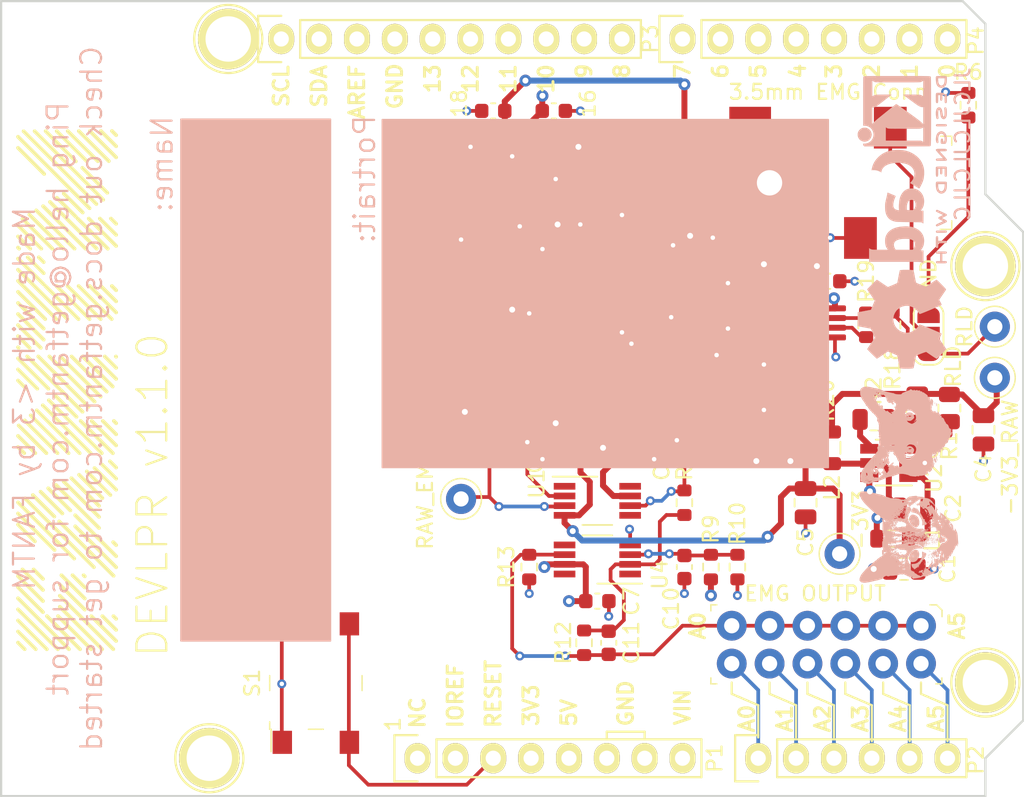
<source format=kicad_pcb>
(kicad_pcb (version 20171130) (host pcbnew "(5.1.9)-1")
  (title_block (date "lun. 30 mars 2015"))
  (layers (0 F.Cu signal) (1 In1.Cu signal) (2 In2.Cu signal) (31 B.Cu signal) (34 B.Paste user hide) (35 F.Paste user hide) (36 B.SilkS user hide) (37 F.SilkS user) (38 B.Mask user hide) (39 F.Mask user hide) (44 Edge.Cuts user))
  (net 0 "")
  (net 1 GND)
  (net 2 /A0)
  (net 3 /A1)
  (net 4 /A2)
  (net 5 /A3)
  (net 6 "/A4(SDA)")
  (net 7 "/A5(SCL)")
  (net 8 +3V3)
  (net 9 /EMG_N)
  (net 10 /EMG_P)
  (net 11 "/EMG Amplifiers/EMG_INSTR")
  (net 12 /EMG_OUT)
  (net 13 "/EMG Amplifiers/V_SHIFT")
  (net 14 "/EMG Amplifiers/INA_REF")
  (net 15 /EMG_GND)
  (net 16 "/EMG Amplifiers/REF_-")
  (net 17 "/EMG Amplifiers/INA_N")
  (net 18 "/EMG Amplifiers/INA_P")
  (net 19 "/-3V3 Source/-3V3_RAW")
  (net 20 -3V3)
  (net 21 "/EMG Amplifiers/RLD")
  (net 22 "/EMG Amplifiers/GND_REF")
  (net 23 "/EMG Amplifiers/RG2")
  (net 24 "/EMG Amplifiers/RG1")
  (net 25 "/EMG Amplifiers/RLD_IN")
  (net 26 /Reset)
  (net 27 "/EMG Amplifiers/BUFF_MID")
  (net 28 "/EMG Amplifiers/BUFF_FDBK")
  (net 29 "/EMG Amplifiers/RLD_MID")
  (net 30 "/EMG Amplifiers/RLD_IN2_-")
  (net 31 "/-3V3 Source/-3V3_SW")
  (net 32 "/-3V3 Source/-3V3_D")
  (net 33 "/-3V3 Source/-3V3_FB")
  (net 34 "/-3V3 Source/-3V3_SDREF")
  (net 35 "/EMG Amplifiers/RLD_OUT2")
  (net 36 "Net-(D1-Pad2)")
  (module FANTM:portait (layer B.Cu) (at 136.525 80.899 270)
    (fp_text reference S6 hide)
    (fp_text value Portrait)
  )
  (module FANTM:name (layer B.Cu) (at 133.096 115.951 90)
    (fp_text reference S7 hide)
    (fp_text value Name)
  )
  (module Symbol:OSHW-Symbol_6.7x6mm_SilkScreen (layer B.Cu) (at 171.45 94.361 270)
    (fp_text reference S5 hide)
    (fp_text value OSHW hide)
  )
  (module Symbol:KiCad-Logo2_5mm_SilkScreen (layer B.Cu) (at 171.45 84.328 270)
    (fp_text reference S4 hide)
    (fp_text value Kicad hide)
  )
  (module FANTM:sin_ham_bitmap_sm (layer B.Cu) (at 172.872643 101.821247 270)
    (fp_text reference S3 hide)
    (fp_text value Sinclair hide)
  )
  (module FANTM:linus_xsm (layer B.Cu) (at 171.831 108.966 270)
    (fp_text reference S2 hide)
    (fp_text value Linus hide)
  )
  (module digikey-footprints:Switch_Tactile_SMD_6x6mm_PTS645 (layer F.Cu) (at 132.116 118.783 90)
    (fp_text reference S1 (at 0 -4.27 90) (layer F.SilkS))
    (fp_text value PTS645SM43SMTR92_LFS)
    (pad 4 smd rect (at 3.975 2.25 90) (size 1.55 1.3) (layers F.Cu F.Paste F.Mask) (net 26 /Reset))
    (pad 3 smd rect (at -3.975 2.25 90) (size 1.55 1.3) (layers F.Cu F.Paste F.Mask) (net 26 /Reset))
    (pad 2 smd rect (at 3.975 -2.25 90) (size 1.55 1.3) (layers F.Cu F.Paste F.Mask) (net 1 GND))
    (pad 1 smd rect (at -3.975 -2.25 90) (size 1.55 1.3) (layers F.Cu F.Paste F.Mask) (net 1 GND))
  )
  (module Resistor_SMD:R_0603_1608Metric (layer F.Cu) (at 164.973 99.822 90)
    (fp_text reference R20 (at 0 1.397 90) (layer F.SilkS))
    (fp_text value 1k)
    (pad 2 smd roundrect (at 0.825 0 90) (size 0.8 0.95) (layers F.Cu F.Paste F.Mask) (net 36 "Net-(D1-Pad2)"))
    (pad 1 smd roundrect (at -0.825 0 90) (size 0.8 0.95) (layers F.Cu F.Paste F.Mask) (net 19 "/-3V3 Source/-3V3_RAW"))
  )
  (module digikey-footprints:0603 (layer F.Cu) (at 163.195 99.695 90)
    (fp_text reference D1 (at -2.159 0 270) (layer F.SilkS))
    (fp_text value "GREEN LED")
    (pad 1 smd rect (at -0.7 0 90) (size 0.6 0.8) (layers F.Cu F.Paste F.Mask) (net 1 GND))
    (pad 2 smd rect (at 0.7 0 90) (size 0.6 0.8) (layers F.Cu F.Paste F.Mask) (net 36 "Net-(D1-Pad2)"))
  )
  (module digikey-footprints:Test_Point_D1.02mm (layer F.Cu) (at 177.673 94.869)
    (fp_text reference TP4 hide)
    (fp_text value RLD (at -2.032 0 90) (layer F.SilkS))
    (pad 1 thru_hole circle (at 0 0) (size 2.02 2.02) (drill 1.02) (layers *.Cu *.Mask) (net 21 "/EMG Amplifiers/RLD"))
  )
  (module Capacitor_SMD:C_0603_1608Metric (layer F.Cu) (at 151.003 113.284 180)
    (fp_text reference C7 (at -2.286 0 90) (layer F.SilkS))
    (fp_text value 0.1uF)
    (pad 2 smd roundrect (at 0.775 0 180) (size 0.9 0.95) (layers F.Cu F.Paste F.Mask) (net 8 +3V3))
    (pad 1 smd roundrect (at -0.775 0 180) (size 0.9 0.95) (layers F.Cu F.Paste F.Mask) (net 1 GND))
  )
  (module Jumper:SolderJumper-3_P1.3mm_Open_RoundedPad1.0x1.5mm_NumberLabels (layer F.Cu) (at 173.228 95.377 90)
    (fp_text reference JP1 hide)
    (fp_text value RLD_SEL)
    (fp_text user RLD (at -2.159 1.651 270) (layer F.SilkS))
    (fp_text user GND (at 3.556 0 270) (layer F.SilkS))
    (pad 2 smd rect (at 0 0 90) (size 1 1.5) (layers F.Cu F.Mask) (net 15 /EMG_GND))
    (pad 3 smd custom (at 1.3 0 90) (size 1 0.5) (layers F.Cu F.Mask) (net 22 "/EMG Amplifiers/GND_REF") (options (clearance outline) (anchor rect)) (primitives (gr_circle (center 0 0.25) (end 0.5 0.25) (width 0)) (gr_circle (center 0 -0.25) (end 0.5 -0.25) (width 0)) (gr_poly (pts (xy -0.55 -0.75) (xy 0 -0.75) (xy 0 0.75) (xy -0.55 0.75)) (width 0))))
    (pad 1 smd custom (at -1.3 0 90) (size 1 0.5) (layers F.Cu F.Mask) (net 21 "/EMG Amplifiers/RLD") (options (clearance outline) (anchor rect)) (primitives (gr_circle (center 0 0.25) (end 0.5 0.25) (width 0)) (gr_circle (center 0 -0.25) (end 0.5 -0.25) (width 0)) (gr_poly (pts (xy 0.55 -0.75) (xy 0 -0.75) (xy 0 0.75) (xy 0.55 0.75)) (width 0))))
  )
  (module Package_SO:TSSOP-8_4.4x3mm_P0.65mm (layer F.Cu) (at 164.084 94.615)
    (fp_text reference U6 (at -4.445 -0.635 90) (layer F.SilkS))
    (fp_text value OPA2375IPWR)
    (pad 8 smd roundrect (at 2.8625 -0.975) (size 1.475 0.4) (layers F.Cu F.Paste F.Mask) (net 8 +3V3))
    (pad 7 smd roundrect (at 2.8625 -0.325) (size 1.475 0.4) (layers F.Cu F.Paste F.Mask) (net 35 "/EMG Amplifiers/RLD_OUT2"))
    (pad 6 smd roundrect (at 2.8625 0.325) (size 1.475 0.4) (layers F.Cu F.Paste F.Mask) (net 30 "/EMG Amplifiers/RLD_IN2_-"))
    (pad 5 smd roundrect (at 2.8625 0.975) (size 1.475 0.4) (layers F.Cu F.Paste F.Mask) (net 1 GND))
    (pad 4 smd roundrect (at -2.8625 0.975) (size 1.475 0.4) (layers F.Cu F.Paste F.Mask) (net 20 -3V3))
    (pad 3 smd roundrect (at -2.8625 0.325) (size 1.475 0.4) (layers F.Cu F.Paste F.Mask) (net 25 "/EMG Amplifiers/RLD_IN"))
    (pad 2 smd roundrect (at -2.8625 -0.325) (size 1.475 0.4) (layers F.Cu F.Paste F.Mask) (net 29 "/EMG Amplifiers/RLD_MID"))
    (pad 1 smd roundrect (at -2.8625 -0.975) (size 1.475 0.4) (layers F.Cu F.Paste F.Mask) (net 29 "/EMG Amplifiers/RLD_MID"))
  )
  (module Package_SO:VSSOP-8_3.0x3.0mm_P0.65mm (layer F.Cu) (at 146.05 83.185)
    (fp_text reference U5 (at -4.191 -0.508 90) (layer F.SilkS))
    (fp_text value OPA187IDR)
    (pad 8 smd rect (at 2.2 -0.975 270) (size 0.45 1.45) (layers F.Cu F.Paste F.Mask))
    (pad 7 smd rect (at 2.2 -0.325 270) (size 0.45 1.45) (layers F.Cu F.Paste F.Mask) (net 8 +3V3))
    (pad 6 smd rect (at 2.2 0.325 270) (size 0.45 1.45) (layers F.Cu F.Paste F.Mask) (net 14 "/EMG Amplifiers/INA_REF"))
    (pad 5 smd rect (at 2.2 0.975 270) (size 0.45 1.45) (layers F.Cu F.Paste F.Mask))
    (pad 4 smd rect (at -2.2 0.975 270) (size 0.45 1.45) (layers F.Cu F.Paste F.Mask) (net 20 -3V3))
    (pad 3 smd rect (at -2.2 0.325 270) (size 0.45 1.45) (layers F.Cu F.Paste F.Mask) (net 16 "/EMG Amplifiers/REF_-"))
    (pad 2 smd rect (at -2.2 -0.325 270) (size 0.45 1.45) (layers F.Cu F.Paste F.Mask) (net 1 GND))
    (pad 1 smd rect (at -2.2 -0.975 270) (size 0.45 1.45) (layers F.Cu F.Paste F.Mask))
  )
  (module Package_SO:VSSOP-8_3.0x3.0mm_P0.65mm (layer F.Cu) (at 151.003 110.49 180)
    (fp_text reference U4 (at -4.191 -1.016 90) (layer F.SilkS))
    (fp_text value OPA187IDR)
    (pad 8 smd rect (at 2.2 -0.975 90) (size 0.45 1.45) (layers F.Cu F.Paste F.Mask))
    (pad 7 smd rect (at 2.2 -0.325 90) (size 0.45 1.45) (layers F.Cu F.Paste F.Mask) (net 8 +3V3))
    (pad 6 smd rect (at 2.2 0.325 90) (size 0.45 1.45) (layers F.Cu F.Paste F.Mask) (net 12 /EMG_OUT))
    (pad 5 smd rect (at 2.2 0.975 90) (size 0.45 1.45) (layers F.Cu F.Paste F.Mask))
    (pad 4 smd rect (at -2.2 0.975 90) (size 0.45 1.45) (layers F.Cu F.Paste F.Mask) (net 1 GND))
    (pad 3 smd rect (at -2.2 0.325 90) (size 0.45 1.45) (layers F.Cu F.Paste F.Mask) (net 13 "/EMG Amplifiers/V_SHIFT"))
    (pad 2 smd rect (at -2.2 -0.325 90) (size 0.45 1.45) (layers F.Cu F.Paste F.Mask) (net 27 "/EMG Amplifiers/BUFF_MID"))
    (pad 1 smd rect (at -2.2 -0.975 90) (size 0.45 1.45) (layers F.Cu F.Paste F.Mask))
  )
  (module digikey-footprints:TSSOP-8_W3mm (layer F.Cu) (at 147.447 91.821 90)
    (fp_text reference U3 (at -2.286 3.048 90) (layer F.SilkS))
    (fp_text value INA821IDGKT)
    (pad 8 smd rect (at -0.975 -2.2 90) (size 0.45 1.45) (layers F.Cu F.Paste F.Mask) (net 8 +3V3))
    (pad 7 smd rect (at -0.325 -2.2 90) (size 0.45 1.45) (layers F.Cu F.Paste F.Mask) (net 11 "/EMG Amplifiers/EMG_INSTR"))
    (pad 6 smd rect (at 0.325 -2.2 90) (size 0.45 1.45) (layers F.Cu F.Paste F.Mask) (net 14 "/EMG Amplifiers/INA_REF"))
    (pad 5 smd rect (at 0.975 -2.2 90) (size 0.45 1.45) (layers F.Cu F.Paste F.Mask) (net 20 -3V3))
    (pad 4 smd rect (at 0.975 2.2 90) (size 0.45 1.45) (layers F.Cu F.Paste F.Mask) (net 18 "/EMG Amplifiers/INA_P"))
    (pad 3 smd rect (at 0.325 2.2 90) (size 0.45 1.45) (layers F.Cu F.Paste F.Mask) (net 23 "/EMG Amplifiers/RG2"))
    (pad 2 smd rect (at -0.325 2.2 90) (size 0.45 1.45) (layers F.Cu F.Paste F.Mask) (net 24 "/EMG Amplifiers/RG1"))
    (pad 1 smd rect (at -0.975 2.2 90) (size 0.45 1.45) (layers F.Cu F.Paste F.Mask) (net 17 "/EMG Amplifiers/INA_N"))
  )
  (module Package_TO_SOT_SMD:TSOT-23-6 (layer F.Cu) (at 170.561 104.013 180)
    (fp_text reference U2 (at -3.048 -1.016 90) (layer F.SilkS))
    (fp_text value LT3462A)
    (pad 6 smd rect (at 1.31 -0.95 180) (size 1.22 0.65) (layers F.Cu F.Paste F.Mask) (net 8 +3V3))
    (pad 5 smd rect (at 1.31 0 180) (size 1.22 0.65) (layers F.Cu F.Paste F.Mask) (net 32 "/-3V3 Source/-3V3_D"))
    (pad 4 smd rect (at 1.31 0.95 180) (size 1.22 0.65) (layers F.Cu F.Paste F.Mask) (net 34 "/-3V3 Source/-3V3_SDREF"))
    (pad 3 smd rect (at -1.31 0.95 180) (size 1.22 0.65) (layers F.Cu F.Paste F.Mask) (net 33 "/-3V3 Source/-3V3_FB"))
    (pad 2 smd rect (at -1.31 0 180) (size 1.22 0.65) (layers F.Cu F.Paste F.Mask) (net 1 GND))
    (pad 1 smd rect (at -1.31 -0.95 180) (size 1.22 0.65) (layers F.Cu F.Paste F.Mask) (net 31 "/-3V3 Source/-3V3_SW"))
  )
  (module Package_SO:VSSOP-8_3.0x3.0mm_P0.65mm (layer F.Cu) (at 151.003 106.553)
    (fp_text reference U1 (at -4.064 -1.143 90) (layer F.SilkS))
    (fp_text value OPA187IDR)
    (pad 8 smd rect (at 2.2 -0.975 270) (size 0.45 1.45) (layers F.Cu F.Paste F.Mask))
    (pad 7 smd rect (at 2.2 -0.325 270) (size 0.45 1.45) (layers F.Cu F.Paste F.Mask) (net 8 +3V3))
    (pad 6 smd rect (at 2.2 0.325 270) (size 0.45 1.45) (layers F.Cu F.Paste F.Mask) (net 28 "/EMG Amplifiers/BUFF_FDBK"))
    (pad 5 smd rect (at 2.2 0.975 270) (size 0.45 1.45) (layers F.Cu F.Paste F.Mask))
    (pad 4 smd rect (at -2.2 0.975 270) (size 0.45 1.45) (layers F.Cu F.Paste F.Mask) (net 20 -3V3))
    (pad 3 smd rect (at -2.2 0.325 270) (size 0.45 1.45) (layers F.Cu F.Paste F.Mask) (net 11 "/EMG Amplifiers/EMG_INSTR"))
    (pad 2 smd rect (at -2.2 -0.325 270) (size 0.45 1.45) (layers F.Cu F.Paste F.Mask) (net 28 "/EMG Amplifiers/BUFF_FDBK"))
    (pad 1 smd rect (at -2.2 -0.975 270) (size 0.45 1.45) (layers F.Cu F.Paste F.Mask))
  )
  (module digikey-footprints:Test_Point_D1.02mm (layer F.Cu) (at 167.259 110.109 180)
    (fp_text reference TP2 hide)
    (fp_text value -3V3 (at -1.397 2.286 90) (layer F.SilkS))
    (pad 1 thru_hole circle (at 0 0 180) (size 2.02 2.02) (drill 1.02) (layers *.Cu *.Mask) (net 20 -3V3))
  )
  (module digikey-footprints:Test_Point_D1.02mm (layer F.Cu) (at 177.673 98.298)
    (fp_text reference TP1 hide)
    (fp_text value -3V3_RAW (at 1.016 5.334 90) (layer F.SilkS))
    (pad 1 thru_hole circle (at 0 0) (size 2.02 2.02) (drill 1.02) (layers *.Cu *.Mask) (net 19 "/-3V3 Source/-3V3_RAW"))
  )
  (module Resistor_SMD:R_0603_1608Metric (layer F.Cu) (at 169.037 94.742 270)
    (fp_text reference R19 (at -2.921 0 270) (layer F.SilkS))
    (fp_text value 100k)
    (pad 2 smd roundrect (at 0.825 0 270) (size 0.8 0.95) (layers F.Cu F.Paste F.Mask) (net 30 "/EMG Amplifiers/RLD_IN2_-"))
    (pad 1 smd roundrect (at -0.825 0 270) (size 0.8 0.95) (layers F.Cu F.Paste F.Mask) (net 35 "/EMG Amplifiers/RLD_OUT2"))
  )
  (module Resistor_SMD:R_0603_1608Metric (layer F.Cu) (at 170.815 94.742 90)
    (fp_text reference R18 (at -2.921 0 270) (layer F.SilkS))
    (fp_text value 100k)
    (pad 2 smd roundrect (at 0.825 0 90) (size 0.8 0.95) (layers F.Cu F.Paste F.Mask) (net 21 "/EMG Amplifiers/RLD"))
    (pad 1 smd roundrect (at -0.825 0 90) (size 0.8 0.95) (layers F.Cu F.Paste F.Mask) (net 35 "/EMG Amplifiers/RLD_OUT2"))
  )
  (module Resistor_SMD:R_0603_1608Metric (layer F.Cu) (at 163.957 97.409 180)
    (fp_text reference R17 (at 2.413 -0.381 90) (layer F.SilkS))
    (fp_text value 10k)
    (pad 2 smd roundrect (at 0.825 0 180) (size 0.8 0.95) (layers F.Cu F.Paste F.Mask) (net 29 "/EMG Amplifiers/RLD_MID"))
    (pad 1 smd roundrect (at -0.825 0 180) (size 0.8 0.95) (layers F.Cu F.Paste F.Mask) (net 30 "/EMG Amplifiers/RLD_IN2_-"))
  )
  (module Resistor_SMD:R_0603_1608Metric (layer F.Cu) (at 146.558 99.314 180)
    (fp_text reference R15 (at 2.159 0 90) (layer F.SilkS))
    (fp_text value 470)
    (pad 2 smd roundrect (at 0.825 0 180) (size 0.8 0.95) (layers F.Cu F.Paste F.Mask) (net 25 "/EMG Amplifiers/RLD_IN"))
    (pad 1 smd roundrect (at -0.825 0 180) (size 0.8 0.95) (layers F.Cu F.Paste F.Mask) (net 23 "/EMG Amplifiers/RG2"))
  )
  (module Resistor_SMD:R_0603_1608Metric (layer F.Cu) (at 156.845 106.68 90)
    (fp_text reference R11 (at 2.921 0 270) (layer F.SilkS))
    (fp_text value 10k)
    (pad 2 smd roundrect (at 0.825 0 90) (size 0.8 0.95) (layers F.Cu F.Paste F.Mask) (net 28 "/EMG Amplifiers/BUFF_FDBK"))
    (pad 1 smd roundrect (at -0.825 0 90) (size 0.8 0.95) (layers F.Cu F.Paste F.Mask) (net 27 "/EMG Amplifiers/BUFF_MID"))
  )
  (module Resistor_SMD:R_0603_1608Metric (layer F.Cu) (at 160.401 110.998 270)
    (fp_text reference R10 (at -2.921 0 270) (layer F.SilkS))
    (fp_text value 10k)
    (pad 2 smd roundrect (at 0.825 0 270) (size 0.8 0.95) (layers F.Cu F.Paste F.Mask) (net 1 GND))
    (pad 1 smd roundrect (at -0.825 0 270) (size 0.8 0.95) (layers F.Cu F.Paste F.Mask) (net 13 "/EMG Amplifiers/V_SHIFT"))
  )
  (module Resistor_SMD:R_0603_1608Metric (layer F.Cu) (at 164.973 102.997 90)
    (fp_text reference R3 (at -0.508 -1.397 270) (layer F.SilkS))
    (fp_text value 249)
    (pad 2 smd roundrect (at 0.825 0 90) (size 0.8 0.95) (layers F.Cu F.Paste F.Mask) (net 19 "/-3V3 Source/-3V3_RAW"))
    (pad 1 smd roundrect (at -0.825 0 90) (size 0.8 0.95) (layers F.Cu F.Paste F.Mask) (net 20 -3V3))
  )
  (module Resistor_SMD:R_0805_2012Metric (layer F.Cu) (at 169.545 101.092)
    (fp_text reference R2 (at 0 -1.905 90) (layer F.SilkS))
    (fp_text value 102k)
    (pad 2 smd roundrect (at 0.9125 0) (size 1.025 1.4) (layers F.Cu F.Paste F.Mask) (roundrect_rratio 0.2439014634146341) (net 33 "/-3V3 Source/-3V3_FB"))
    (pad 1 smd roundrect (at -0.9125 0) (size 1.025 1.4) (layers F.Cu F.Paste F.Mask) (roundrect_rratio 0.2439014634146341) (net 34 "/-3V3 Source/-3V3_SDREF"))
  )
  (module Resistor_SMD:R_0805_2012Metric (layer F.Cu) (at 174.625 100.33 270)
    (fp_text reference R1 (at 2.54 0 90) (layer F.SilkS))
    (fp_text value 267k)
    (pad 2 smd roundrect (at 0.9125 0 270) (size 1.025 1.4) (layers F.Cu F.Paste F.Mask) (roundrect_rratio 0.2439014634146341) (net 33 "/-3V3 Source/-3V3_FB"))
    (pad 1 smd roundrect (at -0.9125 0 270) (size 1.025 1.4) (layers F.Cu F.Paste F.Mask) (roundrect_rratio 0.2439014634146341) (net 19 "/-3V3 Source/-3V3_RAW"))
  )
  (module Inductor_SMD:L_0805_2012Metric (layer F.Cu) (at 166.751 102.997 90)
    (fp_text reference L2 (at -2.667 0 270) (layer F.SilkS))
    (fp_text value 10uH)
    (pad 2 smd roundrect (at 1.0625 0 90) (size 0.875 1.2) (layers F.Cu F.Paste F.Mask) (net 19 "/-3V3 Source/-3V3_RAW"))
    (pad 1 smd roundrect (at -1.0625 0 90) (size 0.875 1.2) (layers F.Cu F.Paste F.Mask) (net 32 "/-3V3 Source/-3V3_D"))
  )
  (module Inductor_SMD:L_0805_2012Metric (layer F.Cu) (at 170.815 109.093)
    (fp_text reference L1 (at 2.667 0 90) (layer F.SilkS))
    (fp_text value 10uH)
    (pad 2 smd roundrect (at 1.0625 0) (size 0.875 1.2) (layers F.Cu F.Paste F.Mask) (net 31 "/-3V3 Source/-3V3_SW"))
    (pad 1 smd roundrect (at -1.0625 0) (size 0.875 1.2) (layers F.Cu F.Paste F.Mask) (net 8 +3V3))
  )
  (module Capacitor_SMD:C_0603_1608Metric (layer F.Cu) (at 144.018 80.391)
    (fp_text reference C18 (at -2.286 0 90) (layer F.SilkS))
    (fp_text value 0.1uF)
    (pad 2 smd roundrect (at 0.775 0) (size 0.9 0.95) (layers F.Cu F.Paste F.Mask) (net 20 -3V3))
    (pad 1 smd roundrect (at -0.775 0) (size 0.9 0.95) (layers F.Cu F.Paste F.Mask) (net 1 GND))
  )
  (module Capacitor_SMD:C_0603_1608Metric (layer F.Cu) (at 148.082 80.391 180)
    (fp_text reference C16 (at -2.286 0 90) (layer F.SilkS))
    (fp_text value 0.1uF)
    (pad 2 smd roundrect (at 0.775 0 180) (size 0.9 0.95) (layers F.Cu F.Paste F.Mask) (net 8 +3V3))
    (pad 1 smd roundrect (at -0.775 0 180) (size 0.9 0.95) (layers F.Cu F.Paste F.Mask) (net 1 GND))
  )
  (module Capacitor_SMD:C_0603_1608Metric (layer F.Cu) (at 153.035 103.759 180)
    (fp_text reference C15 (at -2.286 0 90) (layer F.SilkS))
    (fp_text value 0.1uF)
    (pad 2 smd roundrect (at 0.775 0 180) (size 0.9 0.95) (layers F.Cu F.Paste F.Mask) (net 8 +3V3))
    (pad 1 smd roundrect (at -0.775 0 180) (size 0.9 0.95) (layers F.Cu F.Paste F.Mask) (net 1 GND))
  )
  (module Capacitor_SMD:C_0603_1608Metric (layer F.Cu) (at 151.638 94.488 90)
    (fp_text reference C14 (at -2.794 0 270) (layer F.SilkS))
    (fp_text value 2.2pF)
    (pad 2 smd roundrect (at 0.775 0 90) (size 0.9 0.95) (layers F.Cu F.Paste F.Mask) (net 17 "/EMG Amplifiers/INA_N"))
    (pad 1 smd roundrect (at -0.775 0 90) (size 0.9 0.95) (layers F.Cu F.Paste F.Mask) (net 1 GND))
  )
  (module Capacitor_SMD:C_0603_1608Metric (layer F.Cu) (at 151.638 91.313 90)
    (fp_text reference C13 hide)
    (fp_text value 10pF)
    (pad 2 smd roundrect (at 0.775 0 90) (size 0.9 0.95) (layers F.Cu F.Paste F.Mask) (net 18 "/EMG Amplifiers/INA_P"))
    (pad 1 smd roundrect (at -0.775 0 90) (size 0.9 0.95) (layers F.Cu F.Paste F.Mask) (net 17 "/EMG Amplifiers/INA_N"))
  )
  (module Capacitor_SMD:C_0603_1608Metric (layer F.Cu) (at 151.638 88.138 90)
    (fp_text reference C12 (at 2.921 0 270) (layer F.SilkS))
    (fp_text value 2.2pF)
    (pad 2 smd roundrect (at 0.775 0 90) (size 0.9 0.95) (layers F.Cu F.Paste F.Mask) (net 1 GND))
    (pad 1 smd roundrect (at -0.775 0 90) (size 0.9 0.95) (layers F.Cu F.Paste F.Mask) (net 18 "/EMG Amplifiers/INA_P"))
  )
  (module Capacitor_SMD:C_0805_2012Metric (layer F.Cu) (at 164.973 106.68 270)
    (fp_text reference C5 (at 2.667 0 270) (layer F.SilkS))
    (fp_text value 10uF)
    (pad 2 smd roundrect (at 0.95 0 270) (size 1 1.45) (layers F.Cu F.Paste F.Mask) (net 1 GND))
    (pad 1 smd roundrect (at -0.95 0 270) (size 1 1.45) (layers F.Cu F.Paste F.Mask) (net 20 -3V3))
  )
  (module Capacitor_SMD:C_0805_2012Metric (layer F.Cu) (at 176.911 101.788 270)
    (fp_text reference C4 (at 2.606 0 270) (layer F.SilkS))
    (fp_text value 4.7uF)
    (pad 2 smd roundrect (at 0.95 0 270) (size 1 1.45) (layers F.Cu F.Paste F.Mask) (net 1 GND))
    (pad 1 smd roundrect (at -0.95 0 270) (size 1 1.45) (layers F.Cu F.Paste F.Mask) (net 19 "/-3V3 Source/-3V3_RAW"))
  )
  (module Capacitor_SMD:C_0805_2012Metric (layer F.Cu) (at 172.466 100.33 270)
    (fp_text reference C3 (at 2.54 -0.889 90) (layer F.SilkS))
    (fp_text value 22pF)
    (pad 2 smd roundrect (at 0.95 0 270) (size 1 1.45) (layers F.Cu F.Paste F.Mask) (net 33 "/-3V3 Source/-3V3_FB"))
    (pad 1 smd roundrect (at -0.95 0 270) (size 1 1.45) (layers F.Cu F.Paste F.Mask) (net 19 "/-3V3 Source/-3V3_RAW"))
  )
  (module Capacitor_SMD:C_0805_2012Metric (layer F.Cu) (at 172.212 107.061)
    (fp_text reference C2 (at 2.667 0 90) (layer F.SilkS))
    (fp_text value 1uF)
    (pad 2 smd roundrect (at 0.95 0) (size 1 1.45) (layers F.Cu F.Paste F.Mask) (net 31 "/-3V3 Source/-3V3_SW"))
    (pad 1 smd roundrect (at -0.95 0) (size 1 1.45) (layers F.Cu F.Paste F.Mask) (net 32 "/-3V3 Source/-3V3_D"))
  )
  (module Capacitor_SMD:C_0805_2012Metric (layer F.Cu) (at 171.577 111.125)
    (fp_text reference C1 (at 2.921 0 90) (layer F.SilkS))
    (fp_text value 1uF)
    (pad 2 smd roundrect (at 0.95 0) (size 1 1.45) (layers F.Cu F.Paste F.Mask) (net 1 GND))
    (pad 1 smd roundrect (at -0.95 0) (size 1 1.45) (layers F.Cu F.Paste F.Mask) (net 8 +3V3))
  )
  (module Resistor_SMD:R_0603_1608Metric (layer F.Cu) (at 144.5006 86.0044)
    (fp_text reference R16 (at -2.5146 -0.0254 270) (layer F.SilkS))
    (fp_text value 100k)
    (pad 2 smd roundrect (at 0.825 0) (size 0.8 0.95) (layers F.Cu F.Paste F.Mask) (net 11 "/EMG Amplifiers/EMG_INSTR"))
    (pad 1 smd roundrect (at -0.825 0) (size 0.8 0.95) (layers F.Cu F.Paste F.Mask) (net 16 "/EMG Amplifiers/REF_-"))
  )
  (module Resistor_SMD:R_0603_1608Metric (layer F.Cu) (at 150.114 116.078 90)
    (fp_text reference R12 (at 0 -1.397 270) (layer F.SilkS))
    (fp_text value 28.7k)
    (pad 2 smd roundrect (at 0.825 0 90) (size 0.8 0.95) (layers F.Cu F.Paste F.Mask) (net 27 "/EMG Amplifiers/BUFF_MID"))
    (pad 1 smd roundrect (at -0.825 0 90) (size 0.8 0.95) (layers F.Cu F.Paste F.Mask) (net 12 /EMG_OUT))
  )
  (module Resistor_SMD:R_0603_1608Metric (layer F.Cu) (at 149.86 99.314 180)
    (fp_text reference R14 (at -2.286 -0.889 270) (layer F.SilkS))
    (fp_text value 470)
    (pad 2 smd roundrect (at 0.825 0 180) (size 0.8 0.95) (layers F.Cu F.Paste F.Mask) (net 24 "/EMG Amplifiers/RG1"))
    (pad 1 smd roundrect (at -0.825 0 180) (size 0.8 0.95) (layers F.Cu F.Paste F.Mask) (net 25 "/EMG Amplifiers/RLD_IN"))
  )
  (module Resistor_SMD:R_0603_1608Metric (layer F.Cu) (at 153.289 90.17 90)
    (fp_text reference R8 (at 2.413 0 90) (layer F.SilkS))
    (fp_text value 100k)
    (pad 2 smd roundrect (at 0.825 0 90) (size 0.8 0.95) (layers F.Cu F.Paste F.Mask) (net 18 "/EMG Amplifiers/INA_P"))
    (pad 1 smd roundrect (at -0.825 0 90) (size 0.8 0.95) (layers F.Cu F.Paste F.Mask) (net 10 /EMG_P))
  )
  (module Resistor_SMD:R_0603_1608Metric (layer F.Cu) (at 153.289 93.472 270)
    (fp_text reference R7 (at 2.286 0 90) (layer F.SilkS))
    (fp_text value 100k)
    (pad 2 smd roundrect (at 0.825 0 270) (size 0.8 0.95) (layers F.Cu F.Paste F.Mask) (net 17 "/EMG Amplifiers/INA_N"))
    (pad 1 smd roundrect (at -0.825 0 270) (size 0.8 0.95) (layers F.Cu F.Paste F.Mask) (net 9 /EMG_N))
  )
  (module Resistor_SMD:R_0603_1608Metric (layer F.Cu) (at 175.895 80.01 90)
    (fp_text reference R6 (at 2.223 0) (layer F.SilkS))
    (fp_text value 100k)
    (pad 2 smd roundrect (at 0.825 0 90) (size 0.8 0.95) (layers F.Cu F.Paste F.Mask) (net 1 GND))
    (pad 1 smd roundrect (at -0.825 0 90) (size 0.8 0.95) (layers F.Cu F.Paste F.Mask) (net 22 "/EMG Amplifiers/GND_REF"))
  )
  (module Resistor_SMD:R_0603_1608Metric (layer F.Cu) (at 158.623 110.998 90)
    (fp_text reference R9 (at 2.54 0 90) (layer F.SilkS))
    (fp_text value 68k)
    (pad 2 smd roundrect (at 0.825 0 90) (size 0.8 0.95) (layers F.Cu F.Paste F.Mask) (net 13 "/EMG Amplifiers/V_SHIFT"))
    (pad 1 smd roundrect (at -0.825 0 90) (size 0.8 0.95) (layers F.Cu F.Paste F.Mask) (net 8 +3V3))
  )
  (module digikey-footprints:Trimpot_3.8mmx3.6mm_TC33X-2-103E (layer F.Cu) (at 148.209 96.139 270)
    (fp_text reference POT1 hide)
    (fp_text value GAIN (at 0 3.429 270) (layer F.SilkS))
    (pad 3 smd rect (at 1 1.8 270) (size 1.2 1.2) (layers F.Cu F.Paste F.Mask) (net 23 "/EMG Amplifiers/RG2"))
    (pad 1 smd rect (at -1 1.8 270) (size 1.2 1.2) (layers F.Cu F.Paste F.Mask) (net 1 GND))
    (pad 2 smd rect (at 0 -1.45 270) (size 1.6 1.5) (layers F.Cu F.Paste F.Mask) (net 24 "/EMG Amplifiers/RG1"))
  )
  (module Capacitor_SMD:C_0603_1608Metric (layer F.Cu) (at 147.9042 86.0044)
    (fp_text reference C20 (at 2.2098 -0.0254 90) (layer F.SilkS))
    (fp_text value 1uF)
    (pad 2 smd roundrect (at 0.775 0) (size 0.9 0.95) (layers F.Cu F.Paste F.Mask) (net 16 "/EMG Amplifiers/REF_-"))
    (pad 1 smd roundrect (at -0.775 0) (size 0.9 0.95) (layers F.Cu F.Paste F.Mask) (net 14 "/EMG Amplifiers/INA_REF"))
  )
  (module Capacitor_SMD:C_0603_1608Metric (layer F.Cu) (at 161.671 91.821)
    (fp_text reference C19 (at -2.159 -0.127 90) (layer F.SilkS))
    (fp_text value 0.1uF)
    (pad 2 smd roundrect (at 0.775 0) (size 0.9 0.95) (layers F.Cu F.Paste F.Mask) (net 20 -3V3))
    (pad 1 smd roundrect (at -0.775 0) (size 0.9 0.95) (layers F.Cu F.Paste F.Mask) (net 1 GND))
  )
  (module Capacitor_SMD:C_0603_1608Metric (layer F.Cu) (at 166.497 91.821 180)
    (fp_text reference C17 (at 2.159 0.127 90) (layer F.SilkS))
    (fp_text value 0.1uF)
    (pad 2 smd roundrect (at 0.775 0 180) (size 0.9 0.95) (layers F.Cu F.Paste F.Mask) (net 8 +3V3))
    (pad 1 smd roundrect (at -0.775 0 180) (size 0.9 0.95) (layers F.Cu F.Paste F.Mask) (net 1 GND))
  )
  (module Capacitor_SMD:C_0603_1608Metric (layer F.Cu) (at 151.765 116.078 270)
    (fp_text reference C11 (at 0 -1.524 270) (layer F.SilkS))
    (fp_text value 4700pF)
    (pad 2 smd roundrect (at 0.775 0 270) (size 0.9 0.95) (layers F.Cu F.Paste F.Mask) (net 12 /EMG_OUT))
    (pad 1 smd roundrect (at -0.775 0 270) (size 0.9 0.95) (layers F.Cu F.Paste F.Mask) (net 27 "/EMG Amplifiers/BUFF_MID"))
  )
  (module digikey-footprints:Test_Point_D1.02mm (layer F.Cu) (at 141.859 106.426)
    (fp_text reference TP3 hide)
    (fp_text value RAW_EMG (at -2.413 0 90) (layer F.SilkS))
    (pad 1 thru_hole circle (at 0 0) (size 2.02 2.02) (drill 1.02) (layers *.Cu *.Mask) (net 11 "/EMG Amplifiers/EMG_INSTR"))
  )
  (module Capacitor_SMD:C_0603_1608Metric (layer F.Cu) (at 143.637 89.027)
    (fp_text reference C8 (at -2.286 0 90) (layer F.SilkS))
    (fp_text value 0.1uF)
    (pad 2 smd roundrect (at 0.775 0) (size 0.9 0.95) (layers F.Cu F.Paste F.Mask) (net 20 -3V3))
    (pad 1 smd roundrect (at -0.775 0) (size 0.9 0.95) (layers F.Cu F.Paste F.Mask) (net 1 GND))
  )
  (module digikey-footprints:Switch_Slide_11.6x4mm_SJ-3523-SMT (layer F.Cu) (at 168.656 85.217 180)
    (fp_text reference CON1 hide)
    (fp_text value SJ-3523-SMT-TR hide)
    (fp_text user "3.5mm EMG Conn" (at 2.159 6.096 180) (layer F.SilkS))
    (pad "" np_thru_hole circle (at 6.1 0 180) (size 1.7 1.7) (drill 1.7) (layers *.Cu *.Mask))
    (pad "" np_thru_hole circle (at -0.9 0 180) (size 1.7 1.7) (drill 1.7) (layers *.Cu *.Mask))
    (pad 2 smd rect (at 7.4 3.7 180) (size 2.8 2.8) (layers F.Cu F.Paste F.Mask) (net 9 /EMG_N))
    (pad 1 smd rect (at -2 3.7 180) (size 2.2 2.8) (layers F.Cu F.Paste F.Mask) (net 15 /EMG_GND))
    (pad 3 smd rect (at 0 -3.7 180) (size 2.2 2.8) (layers F.Cu F.Paste F.Mask) (net 10 /EMG_P))
  )
  (module digikey-footprints:PinHeader_6x2_P2.54mm_Horizontal (layer F.Cu) (at 172.72 114.935 270)
    (fp_text reference J1 hide)
    (fp_text value "EMG OUTPUT" (at -2.159 7.112) (layer F.SilkS))
    (pad 2 thru_hole circle (at 2.54 0 270) (size 2 2) (drill 1.02) (layers *.Cu *.Mask) (net 7 "/A5(SCL)"))
    (pad 4 thru_hole circle (at 2.54 2.54 270) (size 2 2) (drill 1.02) (layers *.Cu *.Mask) (net 6 "/A4(SDA)"))
    (pad 6 thru_hole circle (at 2.54 5.08 270) (size 2 2) (drill 1.02) (layers *.Cu *.Mask) (net 5 /A3))
    (pad 8 thru_hole circle (at 2.54 7.62 270) (size 2 2) (drill 1.02) (layers *.Cu *.Mask) (net 4 /A2))
    (pad 10 thru_hole circle (at 2.54 10.16 270) (size 2 2) (drill 1.02) (layers *.Cu *.Mask) (net 3 /A1))
    (pad 12 thru_hole circle (at 2.54 12.7 270) (size 2 2) (drill 1.02) (layers *.Cu *.Mask) (net 2 /A0))
    (pad 11 thru_hole circle (at 0 12.7 270) (size 2 2) (drill 1.02) (layers *.Cu *.Mask) (net 12 /EMG_OUT))
    (pad 9 thru_hole circle (at 0 10.16 270) (size 2 2) (drill 1.02) (layers *.Cu *.Mask) (net 12 /EMG_OUT))
    (pad 7 thru_hole circle (at 0 7.62 270) (size 2 2) (drill 1.02) (layers *.Cu *.Mask) (net 12 /EMG_OUT))
    (pad 5 thru_hole circle (at 0 5.08 270) (size 2 2) (drill 1.02) (layers *.Cu *.Mask) (net 12 /EMG_OUT))
    (pad 3 thru_hole circle (at 0 2.54 270) (size 2 2) (drill 1.02) (layers *.Cu *.Mask) (net 12 /EMG_OUT))
    (pad 1 thru_hole circle (at 0 0 270) (size 2 2) (drill 1.02) (layers *.Cu *.Mask) (net 12 /EMG_OUT))
  )
  (module Resistor_SMD:R_0603_1608Metric (layer F.Cu) (at 154.94 93.472 90)
    (fp_text reference R4 (at -2.54 0 90) (layer F.SilkS))
    (fp_text value 47k)
    (pad 2 smd roundrect (at 0.825 0 90) (size 0.8 0.95) (layers F.Cu F.Paste F.Mask) (net 9 /EMG_N))
    (pad 1 smd roundrect (at -0.825 0 90) (size 0.8 0.95) (layers F.Cu F.Paste F.Mask) (net 1 GND))
  )
  (module Resistor_SMD:R_0603_1608Metric (layer F.Cu) (at 154.94 90.17 270)
    (fp_text reference R5 (at -2.413 0 90) (layer F.SilkS))
    (fp_text value 47k)
    (pad 2 smd roundrect (at 0.825 0 270) (size 0.8 0.95) (layers F.Cu F.Paste F.Mask) (net 10 /EMG_P))
    (pad 1 smd roundrect (at -0.825 0 270) (size 0.8 0.95) (layers F.Cu F.Paste F.Mask) (net 1 GND))
  )
  (module Resistor_SMD:R_0603_1608Metric (layer F.Cu) (at 146.431 110.998 270)
    (fp_text reference R13 (at 0 1.524 270) (layer F.SilkS))
    (fp_text value 10k)
    (pad 2 smd roundrect (at 0.825 0 270) (size 0.8 0.95) (layers F.Cu F.Paste F.Mask) (net 1 GND))
    (pad 1 smd roundrect (at -0.825 0 270) (size 0.8 0.95) (layers F.Cu F.Paste F.Mask) (net 12 /EMG_OUT))
  )
  (module Capacitor_SMD:C_0603_1608Metric (layer F.Cu) (at 149.098 89.027 180)
    (fp_text reference C6 (at 2.159 0 90) (layer F.SilkS))
    (fp_text value 0.1uF)
    (pad 2 smd roundrect (at 0.775 0 180) (size 0.9 0.95) (layers F.Cu F.Paste F.Mask) (net 8 +3V3))
    (pad 1 smd roundrect (at -0.775 0 180) (size 0.9 0.95) (layers F.Cu F.Paste F.Mask) (net 1 GND))
  )
  (module Capacitor_SMD:C_0603_1608Metric (layer F.Cu) (at 149.098 103.759)
    (fp_text reference C9 (at -2.286 0 90) (layer F.SilkS))
    (fp_text value 0.1uF)
    (pad 2 smd roundrect (at 0.775 0) (size 0.9 0.95) (layers F.Cu F.Paste F.Mask) (net 20 -3V3))
    (pad 1 smd roundrect (at -0.775 0) (size 0.9 0.95) (layers F.Cu F.Paste F.Mask) (net 1 GND))
  )
  (module Capacitor_SMD:C_0603_1608Metric (layer F.Cu) (at 156.845 110.998 90)
    (fp_text reference C10 (at -2.794 -0.889 90) (layer F.SilkS))
    (fp_text value 1uF)
    (pad 2 smd roundrect (at 0.775 0 90) (size 0.9 0.95) (layers F.Cu F.Paste F.Mask) (net 13 "/EMG Amplifiers/V_SHIFT"))
    (pad 1 smd roundrect (at -0.775 0 90) (size 0.9 0.95) (layers F.Cu F.Paste F.Mask) (net 1 GND))
  )
  (module Socket_Arduino_Uno:Socket_Strip_Arduino_1x08 (layer F.Cu) (at 138.938 123.825)
    (fp_text reference P1 (at 19.939 0 90) (layer F.SilkS))
    (fp_text value Power)
    (pad 1 thru_hole oval (at 0 0) (size 1.7272 2.032) (drill 1.016) (layers *.Cu *.Mask F.SilkS))
    (pad 2 thru_hole oval (at 2.54 0) (size 1.7272 2.032) (drill 1.016) (layers *.Cu *.Mask F.SilkS))
    (pad 3 thru_hole oval (at 5.08 0) (size 1.7272 2.032) (drill 1.016) (layers *.Cu *.Mask F.SilkS) (net 26 /Reset))
    (pad 4 thru_hole oval (at 7.62 0) (size 1.7272 2.032) (drill 1.016) (layers *.Cu *.Mask F.SilkS) (net 8 +3V3))
    (pad 5 thru_hole oval (at 10.16 0) (size 1.7272 2.032) (drill 1.016) (layers *.Cu *.Mask F.SilkS))
    (pad 6 thru_hole oval (at 12.7 0) (size 1.7272 2.032) (drill 1.016) (layers *.Cu *.Mask F.SilkS) (net 1 GND))
    (pad 7 thru_hole oval (at 15.24 0) (size 1.7272 2.032) (drill 1.016) (layers *.Cu *.Mask F.SilkS) (net 1 GND))
    (pad 8 thru_hole oval (at 17.78 0) (size 1.7272 2.032) (drill 1.016) (layers *.Cu *.Mask F.SilkS))
  )
  (module Socket_Arduino_Uno:Socket_Strip_Arduino_1x06 (layer F.Cu) (at 161.798 123.825)
    (fp_text reference P2 (at 14.605 0.127 90) (layer F.SilkS))
    (fp_text value Analog)
    (pad 1 thru_hole oval (at 0 0) (size 1.7272 2.032) (drill 1.016) (layers *.Cu *.Mask F.SilkS) (net 2 /A0))
    (pad 2 thru_hole oval (at 2.54 0) (size 1.7272 2.032) (drill 1.016) (layers *.Cu *.Mask F.SilkS) (net 3 /A1))
    (pad 3 thru_hole oval (at 5.08 0) (size 1.7272 2.032) (drill 1.016) (layers *.Cu *.Mask F.SilkS) (net 4 /A2))
    (pad 4 thru_hole oval (at 7.62 0) (size 1.7272 2.032) (drill 1.016) (layers *.Cu *.Mask F.SilkS) (net 5 /A3))
    (pad 5 thru_hole oval (at 10.16 0) (size 1.7272 2.032) (drill 1.016) (layers *.Cu *.Mask F.SilkS) (net 6 "/A4(SDA)"))
    (pad 6 thru_hole oval (at 12.7 0) (size 1.7272 2.032) (drill 1.016) (layers *.Cu *.Mask F.SilkS) (net 7 "/A5(SCL)"))
  )
  (module Socket_Arduino_Uno:Socket_Strip_Arduino_1x10 (layer F.Cu) (at 129.794 75.565)
    (fp_text reference P3 (at 24.765 0 90) (layer F.SilkS))
    (fp_text value Digital)
    (pad 1 thru_hole oval (at 0 0) (size 1.7272 2.032) (drill 1.016) (layers *.Cu *.Mask F.SilkS))
    (pad 2 thru_hole oval (at 2.54 0) (size 1.7272 2.032) (drill 1.016) (layers *.Cu *.Mask F.SilkS))
    (pad 3 thru_hole oval (at 5.08 0) (size 1.7272 2.032) (drill 1.016) (layers *.Cu *.Mask F.SilkS))
    (pad 4 thru_hole oval (at 7.62 0) (size 1.7272 2.032) (drill 1.016) (layers *.Cu *.Mask F.SilkS) (net 1 GND))
    (pad 5 thru_hole oval (at 10.16 0) (size 1.7272 2.032) (drill 1.016) (layers *.Cu *.Mask F.SilkS))
    (pad 6 thru_hole oval (at 12.7 0) (size 1.7272 2.032) (drill 1.016) (layers *.Cu *.Mask F.SilkS))
    (pad 7 thru_hole oval (at 15.24 0) (size 1.7272 2.032) (drill 1.016) (layers *.Cu *.Mask F.SilkS))
    (pad 8 thru_hole oval (at 17.78 0) (size 1.7272 2.032) (drill 1.016) (layers *.Cu *.Mask F.SilkS))
    (pad 9 thru_hole oval (at 20.32 0) (size 1.7272 2.032) (drill 1.016) (layers *.Cu *.Mask F.SilkS))
    (pad 10 thru_hole oval (at 22.86 0) (size 1.7272 2.032) (drill 1.016) (layers *.Cu *.Mask F.SilkS))
  )
  (module Socket_Arduino_Uno:Socket_Strip_Arduino_1x08 (layer F.Cu) (at 156.718 75.565)
    (fp_text reference P4 (at 19.685 0.127 90) (layer F.SilkS))
    (fp_text value Digital)
    (pad 1 thru_hole oval (at 0 0) (size 1.7272 2.032) (drill 1.016) (layers *.Cu *.Mask F.SilkS))
    (pad 2 thru_hole oval (at 2.54 0) (size 1.7272 2.032) (drill 1.016) (layers *.Cu *.Mask F.SilkS))
    (pad 3 thru_hole oval (at 5.08 0) (size 1.7272 2.032) (drill 1.016) (layers *.Cu *.Mask F.SilkS))
    (pad 4 thru_hole oval (at 7.62 0) (size 1.7272 2.032) (drill 1.016) (layers *.Cu *.Mask F.SilkS))
    (pad 5 thru_hole oval (at 10.16 0) (size 1.7272 2.032) (drill 1.016) (layers *.Cu *.Mask F.SilkS))
    (pad 6 thru_hole oval (at 12.7 0) (size 1.7272 2.032) (drill 1.016) (layers *.Cu *.Mask F.SilkS))
    (pad 7 thru_hole oval (at 15.24 0) (size 1.7272 2.032) (drill 1.016) (layers *.Cu *.Mask F.SilkS))
    (pad 8 thru_hole oval (at 17.78 0) (size 1.7272 2.032) (drill 1.016) (layers *.Cu *.Mask F.SilkS))
  )
  (module Socket_Arduino_Uno:Arduino_1pin (layer F.Cu) (at 124.968 123.825)
    (fp_text reference P5 hide)
    (fp_text value CONN_01X01 hide)
    (pad 1 thru_hole circle (at 0 0) (size 4.064 4.064) (drill 3.048) (layers *.Cu *.Mask F.SilkS))
  )
  (module Socket_Arduino_Uno:Arduino_1pin (layer F.Cu) (at 177.038 118.745)
    (fp_text reference P6 hide)
    (fp_text value CONN_01X01 hide)
    (pad 1 thru_hole circle (at 0 0) (size 4.064 4.064) (drill 3.048) (layers *.Cu *.Mask F.SilkS))
  )
  (module Socket_Arduino_Uno:Arduino_1pin (layer F.Cu) (at 126.238 75.565)
    (fp_text reference P7 hide)
    (fp_text value CONN_01X01 hide)
    (pad 1 thru_hole circle (at 0 0) (size 4.064 4.064) (drill 3.048) (layers *.Cu *.Mask F.SilkS))
  )
  (module Socket_Arduino_Uno:Arduino_1pin (layer F.Cu) (at 177.038 90.805)
    (fp_text reference P8 hide)
    (fp_text value CONN_01X01 hide)
    (pad 1 thru_hole circle (at 0 0) (size 4.064 4.064) (drill 3.048) (layers *.Cu *.Mask F.SilkS))
  )
  (gr_text Portrait: (at 135.382 84.963 90) (layer B.SilkS) (effects (font (size 1.4 1.4)) (justify mirror)))
  (gr_text A0 (at 157.734 114.935 90) (layer F.SilkS) (effects (font (size 1 1) (thickness 0.2))))
  (gr_line (start 172.72 118.745) (end 172.72 119.507) (layer F.SilkS) (width 0.15))
  (gr_line (start 170.18 118.745) (end 170.18 119.507) (layer F.SilkS) (width 0.15))
  (gr_line (start 167.64 118.745) (end 167.64 119.507) (layer F.SilkS) (width 0.15))
  (gr_line (start 165.1 119.507) (end 166.878 120.269) (layer F.SilkS) (width 0.15))
  (gr_line (start 162.56 119.507) (end 164.338 120.269) (layer F.SilkS) (width 0.15))
  (gr_line (start 160.02 119.507) (end 160.02 118.745) (layer F.SilkS) (width 0.15))
  (gr_line (start 164.338 122.428) (end 164.338 120.269) (layer F.SilkS) (width 0.15))
  (gr_line (start 161.798 120.269) (end 161.798 122.428) (layer F.SilkS) (width 0.15))
  (gr_line (start 160.02 119.507) (end 161.798 120.269) (layer F.SilkS) (width 0.15))
  (gr_line (start 172.72 119.507) (end 174.498 120.269) (layer F.SilkS) (width 0.15))
  (gr_line (start 174.498 120.269) (end 174.498 122.682) (layer F.SilkS) (width 0.15))
  (gr_line (start 170.18 119.507) (end 171.958 120.269) (layer F.SilkS) (width 0.15))
  (gr_line (start 171.958 120.269) (end 171.958 122.682) (layer F.SilkS) (width 0.15))
  (gr_line (start 169.418 120.269) (end 169.418 122.682) (layer F.SilkS) (width 0.15))
  (gr_line (start 167.64 119.507) (end 169.418 120.269) (layer F.SilkS) (width 0.15))
  (gr_line (start 165.1 118.745) (end 165.1 119.507) (layer F.SilkS) (width 0.15))
  (gr_line (start 166.878 120.269) (end 166.878 122.428) (layer F.SilkS) (width 0.15))
  (gr_line (start 162.56 118.745) (end 162.56 119.507) (layer F.SilkS) (width 0.15))
  (gr_text A5 (at 175.133 114.935 90) (layer F.SilkS) (effects (font (size 1 1) (thickness 0.2))))
  (gr_text JLCJLCJLCJLC (at 175.514 82.6262 90) (layer B.SilkS) (effects (font (size 1 1)) (justify mirror)))
  (gr_text "Made with <3 by FANTM\nPing hello@getfantm.com for support\nCheck out docs.getfantm.com to get started" (at 114.808 99.695 90) (layer B.SilkS) (effects (font (size 1.4 1.4)) (justify mirror)))
  (gr_text Name: (at 121.793 83.947 90) (layer B.SilkS) (effects (font (size 1.4 1.4)) (justify mirror)))
  (gr_line (start 116.133692 87.614565) (end 118.155648 89.636522) (layer F.SilkS) (width 0.25))
  (gr_line (start 115.468628 81.745788) (end 117.489082 83.766246) (layer F.SilkS) (width 0.25))
  (gr_line (start 114.727403 81.747914) (end 116.75036 83.77087) (layer F.SilkS) (width 0.25))
  (gr_line (start 113.986178 81.75004) (end 116.011636 83.775497) (layer F.SilkS) (width 0.25))
  (gr_line (start 113.244949 81.752172) (end 117.848363 86.355609) (layer F.SilkS) (width 0.25))
  (gr_line (start 112.503602 81.754291) (end 117.389537 86.640228) (layer F.SilkS) (width 0.25))
  (gr_line (start 117.62052 87.614568) (end 118.71579 88.709832) (layer F.SilkS) (width 0.25))
  (gr_line (start 113.528464 90.213042) (end 113.853493 90.538068) (layer F.SilkS) (width 0.25))
  (gr_line (start 114.738284 86.219152) (end 116.01326 87.494131) (layer F.SilkS) (width 0.25))
  (gr_line (start 118.430031 92.140953) (end 118.71579 92.426713) (layer F.SilkS) (width 0.25))
  (gr_line (start 112.431443 87.629195) (end 114.438768 89.636519) (layer F.SilkS) (width 0.25))
  (gr_line (start 112.892785 87.347188) (end 115.182119 89.636519) (layer F.SilkS) (width 0.25))
  (gr_line (start 112.132428 88.817007) (end 112.951939 89.636519) (layer F.SilkS) (width 0.25))
  (gr_line (start 118.363873 87.614562) (end 118.715792 87.966479) (layer F.SilkS) (width 0.25))
  (gr_line (start 112.132426 82.12647) (end 116.93082 86.924864) (layer F.SilkS) (width 0.25))
  (gr_line (start 117.686551 92.140954) (end 118.715787 93.170191) (layer F.SilkS) (width 0.25))
  (gr_line (start 116.9432 92.140954) (end 118.715787 93.913543) (layer F.SilkS) (width 0.25))
  (gr_line (start 115.456374 92.140953) (end 117.675924 94.360501) (layer F.SilkS) (width 0.25))
  (gr_line (start 116.877063 87.614546) (end 118.715812 89.453285) (layer F.SilkS) (width 0.25))
  (gr_line (start 112.132426 88.073532) (end 113.695415 89.636519) (layer F.SilkS) (width 0.25))
  (gr_line (start 116.448842 84.212704) (end 118.123259 85.887121) (layer F.SilkS) (width 0.25))
  (gr_line (start 112.13243 82.869942) (end 113.886265 84.623763) (layer F.SilkS) (width 0.25))
  (gr_line (start 113.354255 87.065178) (end 115.925596 89.636518) (layer F.SilkS) (width 0.25))
  (gr_line (start 114.27694 86.501164) (end 117.412298 89.636522) (layer F.SilkS) (width 0.25))
  (gr_line (start 116.19985 92.140954) (end 118.4194 94.360504) (layer F.SilkS) (width 0.25))
  (gr_line (start 115.19964 85.937131) (end 116.471996 87.20948) (layer F.SilkS) (width 0.25))
  (gr_line (start 113.815597 86.78317) (end 116.668945 89.636522) (layer F.SilkS) (width 0.25))
  (gr_line (start 114.713021 92.140954) (end 116.932571 94.360504) (layer F.SilkS) (width 0.25))
  (gr_line (start 112.132423 94.764066) (end 113.656771 96.288411) (layer F.SilkS) (width 0.25))
  (gr_line (start 114.604094 99.465911) (end 116.056031 100.91785) (layer F.SilkS) (width 0.25))
  (gr_line (start 113.794588 100.143108) (end 117.009356 103.357876) (layer F.SilkS) (width 0.25))
  (gr_line (start 113.49357 96.868561) (end 116.865662 100.240655) (layer F.SilkS) (width 0.25))
  (gr_line (start 112.132426 98.480945) (end 112.683185 99.031708) (layer F.SilkS) (width 0.25))
  (gr_line (start 112.132423 95.507418) (end 112.913418 96.288411) (layer F.SilkS) (width 0.25))
  (gr_line (start 112.132426 96.250766) (end 112.170069 96.288411) (layer F.SilkS) (width 0.25))
  (gr_line (start 112.750219 96.868558) (end 114.913365 99.031705) (layer F.SilkS) (width 0.25))
  (gr_line (start 112.984953 100.820305) (end 115.522528 103.35788) (layer F.SilkS) (width 0.25))
  (gr_line (start 118.534824 114.291298) (end 118.715785 114.472259) (layer F.SilkS) (width 0.25))
  (gr_line (start 115.00891 99.127251) (end 116.460847 100.57919) (layer F.SilkS) (width 0.25))
  (gr_line (start 115.788654 111.545124) (end 116.609039 112.365512) (layer F.SilkS) (width 0.25))
  (gr_line (start 116.229487 104.80819) (end 117.792851 106.371554) (layer F.SilkS) (width 0.25))
  (gr_line (start 112.132426 102.19783) (end 113.292473 103.357878) (layer F.SilkS) (width 0.25))
  (gr_line (start 115.969613 108.265199) (end 118.715785 111.011371) (layer F.SilkS) (width 0.25))
  (gr_line (start 116.53213 111.545124) (end 116.609039 111.622036) (layer F.SilkS) (width 0.25))
  (gr_line (start 112.132426 96.994244) (end 114.169889 99.031705) (layer F.SilkS) (width 0.25))
  (gr_line (start 115.045301 111.545124) (end 116.609039 113.108861) (layer F.SilkS) (width 0.25))
  (gr_line (start 118.515816 109.324701) (end 118.715787 109.52467) (layer F.SilkS) (width 0.25))
  (gr_line (start 112.785111 90.213042) (end 113.853491 91.281421) (layer F.SilkS) (width 0.25))
  (gr_line (start 112.132428 89.560358) (end 112.208589 89.636519) (layer F.SilkS) (width 0.25))
  (gr_line (start 112.132423 90.303707) (end 113.853488 92.024769) (layer F.SilkS) (width 0.25))
  (gr_line (start 112.132423 97.737595) (end 113.426536 99.031708) (layer F.SilkS) (width 0.25))
  (gr_line (start 117.819738 101.194733) (end 118.715787 102.09078) (layer F.SilkS) (width 0.25))
  (gr_line (start 116.332912 101.194728) (end 118.49606 103.357878) (layer F.SilkS) (width 0.25))
  (gr_line (start 113.389736 100.481677) (end 116.265978 103.357903) (layer F.SilkS) (width 0.25))
  (gr_line (start 118.697279 96.868561) (end 118.715792 96.887074) (layer F.SilkS) (width 0.25))
  (gr_line (start 118.298591 103.90376) (end 118.715787 104.320959) (layer F.SilkS) (width 0.25))
  (gr_line (start 112.132426 102.941306) (end 112.548998 103.357878) (layer F.SilkS) (width 0.25))
  (gr_line (start 112.132423 108.145017) (end 113.262457 109.275051) (layer F.SilkS) (width 0.25))
  (gr_line (start 113.969666 92.14095) (end 116.189218 94.360499) (layer F.SilkS) (width 0.25))
  (gr_line (start 113.125894 106.164956) (end 114.570827 107.609889) (layer F.SilkS) (width 0.25))
  (gr_line (start 117.953928 96.868561) (end 118.71579 97.63042) (layer F.SilkS) (width 0.25))
  (gr_line (start 114.89373 107.93279) (end 118.545333 111.584392) (layer F.SilkS) (width 0.25))
  (gr_line (start 112.132423 91.047057) (end 115.445868 94.360499) (layer F.SilkS) (width 0.25))
  (gr_line (start 117.781346 104.129868) (end 118.715787 105.064307) (layer F.SilkS) (width 0.25))
  (gr_line (start 117.791474 114.291298) (end 118.715787 115.215609) (layer F.SilkS) (width 0.25))
  (gr_line (start 114.935 112.178176) (end 116.609042 113.852215) (layer F.SilkS) (width 0.25))
  (gr_line (start 112.608649 106.391063) (end 117.224707 111.007122) (layer F.SilkS) (width 0.25))
  (gr_line (start 117.21045 96.868561) (end 118.715787 98.373898) (layer F.SilkS) (width 0.25))
  (gr_line (start 112.132426 91.790534) (end 114.70239 94.360499) (layer F.SilkS) (width 0.25))
  (gr_line (start 117.048123 114.291298) (end 118.715787 115.95896) (layer F.SilkS) (width 0.25))
  (gr_line (start 112.132423 94.020712) (end 113.853491 95.741778) (layer F.SilkS) (width 0.25))
  (gr_line (start 117.076387 101.19473) (end 118.715787 102.83413) (layer F.SilkS) (width 0.25))
  (gr_line (start 114.160383 105.712616) (end 115.643209 107.195442) (layer F.SilkS) (width 0.25))
  (gr_line (start 114.236918 96.868561) (end 117.270478 99.90212) (layer F.SilkS) (width 0.25))
  (gr_line (start 114.199277 99.804448) (end 117.752709 103.357878) (layer F.SilkS) (width 0.25))
  (gr_line (start 112.175444 101.497498) (end 114.035824 103.357878) (layer F.SilkS) (width 0.25))
  (gr_line (start 116.4671 96.868561) (end 118.484804 98.886265) (layer F.SilkS) (width 0.25))
  (gr_line (start 112.132423 92.533886) (end 113.959039 94.360499) (layer F.SilkS) (width 0.25))
  (gr_line (start 115.723747 96.868558) (end 118.080111 99.224922) (layer F.SilkS) (width 0.25))
  (gr_line (start 112.132426 93.277235) (end 113.853488 94.9983) (layer F.SilkS) (width 0.25))
  (gr_line (start 114.980271 96.868561) (end 117.675171 99.56346) (layer F.SilkS) (width 0.25))
  (gr_line (start 117.264016 104.355934) (end 118.715769 105.807681) (layer F.SilkS) (width 0.25))
  (gr_line (start 112.580135 101.158838) (end 114.779177 103.35788) (layer F.SilkS) (width 0.25))
  (gr_line (start 115.194998 105.260403) (end 117.568368 107.633777) (layer F.SilkS) (width 0.25))
  (gr_line (start 112.132426 107.401541) (end 114.583333 109.852449) (layer F.SilkS) (width 0.25))
  (gr_line (start 116.74673 104.582083) (end 118.329478 106.164833) (layer F.SilkS) (width 0.25))
  (gr_line (start 115.969615 107.521848) (end 118.715785 110.26802) (layer F.SilkS) (width 0.25))
  (gr_line (start 112.132423 106.658188) (end 115.904081 110.429849) (layer F.SilkS) (width 0.25))
  (gr_line (start 115.712244 105.034296) (end 117.56837 106.890424) (layer F.SilkS) (width 0.25))
  (gr_line (start 114.677626 105.486511) (end 117.56837 108.377252) (layer F.SilkS) (width 0.25))
  (gr_line (start 113.643137 105.938724) (end 115.107081 107.402667) (layer F.SilkS) (width 0.25))
  (gr_line (start 118.563089 101.19473) (end 118.715787 101.347427) (layer F.SilkS) (width 0.25))
  (gr_line (start 116.951205 81.741536) (end 118.71579 83.506122) (layer F.SilkS) (width 0.25))
  (gr_line (start 116.20998 81.743662) (end 118.227934 83.761617) (layer F.SilkS) (width 0.25))
  (gr_line (start 118.433781 81.737283) (end 118.715792 82.01929) (layer F.SilkS) (width 0.25))
  (gr_line (start 117.692432 81.739407) (end 118.71579 82.762768) (layer F.SilkS) (width 0.25))
  (gr_line (start 112.429567 111.159569) (end 113.806465 112.536467) (layer F.SilkS) (width 0.25))
  (gr_line (start 112.132426 113.092605) (end 115.550665 116.510848) (layer F.SilkS) (width 0.25))
  (gr_line (start 114.817944 114.291298) (end 117.037494 116.510848) (layer F.SilkS) (width 0.25))
  (gr_line (start 114.074593 114.291298) (end 116.294143 116.510848) (layer F.SilkS) (width 0.25))
  (gr_line (start 112.132426 112.349131) (end 113.806468 114.02317) (layer F.SilkS) (width 0.25))
  (gr_line (start 112.132426 115.322784) (end 113.320486 116.510848) (layer F.SilkS) (width 0.25))
  (gr_line (start 112.132423 111.605778) (end 113.806465 113.279819) (layer F.SilkS) (width 0.25))
  (gr_line (start 112.132423 116.066137) (end 112.577133 116.510848) (layer F.SilkS) (width 0.25))
  (gr_line (start 112.132423 114.579307) (end 114.063962 116.510848) (layer F.SilkS) (width 0.25))
  (gr_line (start 112.132426 113.835957) (end 114.807314 116.510848) (layer F.SilkS) (width 0.25))
  (gr_line (start 114.935 112.921651) (end 118.524197 116.510846) (layer F.SilkS) (width 0.25))
  (gr_line (start 113.172917 111.159569) (end 113.806465 111.793117) (layer F.SilkS) (width 0.25))
  (gr_line (start 114.935 113.665) (end 117.780844 116.510848) (layer F.SilkS) (width 0.25))
  (gr_text SDA (at 132.334 78.74 90) (layer F.SilkS) (effects (font (size 1 1) (thickness 0.2))))
  (gr_text SCL (at 129.794 78.74 90) (layer F.SilkS) (effects (font (size 1 1) (thickness 0.2))))
  (gr_text AREF (at 134.874 79.121 90) (layer F.SilkS) (effects (font (size 1 1) (thickness 0.2))))
  (gr_text GND (at 137.414 78.74 90) (layer F.SilkS) (effects (font (size 1 1) (thickness 0.2))))
  (gr_text 13 (at 139.954 78.232 90) (layer F.SilkS) (effects (font (size 1 1) (thickness 0.2))))
  (gr_text 12 (at 142.494 78.232 90) (layer F.SilkS) (effects (font (size 1 1) (thickness 0.2))))
  (gr_text 11 (at 145.034 78.232 90) (layer F.SilkS) (effects (font (size 1 1) (thickness 0.2))))
  (gr_text 10 (at 147.574 78.232 90) (layer F.SilkS) (effects (font (size 1 1) (thickness 0.2))))
  (gr_text 9 (at 150.114 77.724 90) (layer F.SilkS) (effects (font (size 1 1) (thickness 0.2))))
  (gr_text 8 (at 152.654 77.724 90) (layer F.SilkS) (effects (font (size 1 1) (thickness 0.2))))
  (gr_text 7 (at 156.718 77.724 90) (layer F.SilkS) (effects (font (size 1 1) (thickness 0.2))))
  (gr_text 6 (at 159.258 77.724 90) (layer F.SilkS) (effects (font (size 1 1) (thickness 0.2))))
  (gr_text 5 (at 161.798 77.724 90) (layer F.SilkS) (effects (font (size 1 1) (thickness 0.2))))
  (gr_text 4 (at 164.465 77.724 90) (layer F.SilkS) (effects (font (size 1 1) (thickness 0.2))))
  (gr_text 3 (at 166.878 77.724 90) (layer F.SilkS) (effects (font (size 1 1) (thickness 0.2))))
  (gr_text 2 (at 169.418 77.724 90) (layer F.SilkS) (effects (font (size 1 1) (thickness 0.2))))
  (gr_text 1 (at 171.958 77.724 90) (layer F.SilkS) (effects (font (size 1 1) (thickness 0.2))))
  (gr_text 0 (at 174.498 77.724 90) (layer F.SilkS) (effects (font (size 1 1) (thickness 0.2))))
  (gr_text "VIN\n" (at 156.718 120.396 90) (layer F.SilkS) (effects (font (size 1 1) (thickness 0.2))))
  (gr_text "NC\n" (at 138.938 120.777 90) (layer F.SilkS) (effects (font (size 1 1) (thickness 0.2))))
  (gr_text IOREF (at 141.478 119.634 90) (layer F.SilkS) (effects (font (size 1 1) (thickness 0.2))))
  (gr_text RESET (at 144.018 119.507 90) (layer F.SilkS) (effects (font (size 1 1) (thickness 0.2))))
  (gr_text 3V3 (at 146.558 120.269 90) (layer F.SilkS) (effects (font (size 1 1) (thickness 0.2))))
  (gr_line (start 151.638 122.047) (end 154.178 122.047) (layer F.SilkS) (width 0.15))
  (gr_line (start 154.178 122.555) (end 154.178 122.047) (layer F.SilkS) (width 0.15))
  (gr_line (start 151.638 122.555) (end 151.638 122.047) (layer F.SilkS) (width 0.15))
  (gr_text GND (at 152.908 120.142 90) (layer F.SilkS) (effects (font (size 1 1) (thickness 0.2))))
  (gr_text 5V (at 149.098 120.777 90) (layer F.SilkS) (effects (font (size 1 1) (thickness 0.2))))
  (gr_text A5 (at 173.736 121.158 90) (layer F.SilkS) (effects (font (size 1 1) (thickness 0.2))))
  (gr_text A4 (at 171.196 121.158 90) (layer F.SilkS) (effects (font (size 1 1) (thickness 0.2))))
  (gr_text A3 (at 168.656 121.158 90) (layer F.SilkS) (effects (font (size 1 1) (thickness 0.2))))
  (gr_text A2 (at 166.116 121.158 90) (layer F.SilkS) (effects (font (size 1 1) (thickness 0.2))))
  (gr_text A1 (at 163.576 121.158 90) (layer F.SilkS) (effects (font (size 1 1) (thickness 0.2))))
  (gr_text A0 (at 161.036 121.158 90) (layer F.SilkS) (effects (font (size 1 1) (thickness 0.2))))
  (gr_text "DEVLPR v1.1.0" (at 121.158 106.172 90) (layer F.SilkS) (effects (font (size 2 2))))
  (gr_text 1 (at 137.287 121.539 90) (layer F.SilkS) (effects (font (size 1 1))))
  (gr_line (start 177.038 74.549) (end 175.514 73.025) (angle 90) (layer Edge.Cuts) (width 0.15))
  (gr_line (start 177.038 85.979) (end 177.038 74.549) (angle 90) (layer Edge.Cuts) (width 0.15))
  (gr_line (start 179.578 88.519) (end 177.038 85.979) (angle 90) (layer Edge.Cuts) (width 0.15))
  (gr_line (start 179.578 121.285) (end 179.578 88.519) (angle 90) (layer Edge.Cuts) (width 0.15))
  (gr_line (start 177.038 123.825) (end 179.578 121.285) (angle 90) (layer Edge.Cuts) (width 0.15))
  (gr_line (start 177.038 126.365) (end 177.038 123.825) (angle 90) (layer Edge.Cuts) (width 0.15))
  (gr_line (start 110.998 126.365) (end 177.038 126.365) (angle 90) (layer Edge.Cuts) (width 0.15))
  (gr_line (start 110.998 73.025) (end 110.998 126.365) (angle 90) (layer Edge.Cuts) (width 0.15))
  (gr_line (start 175.514 73.025) (end 110.998 73.025) (angle 90) (layer Edge.Cuts) (width 0.15))
  (via (at 168.275 91.821) (size 0.6) (drill 0.3) (layers F.Cu B.Cu) (net 1))
  (segment (start 167.272 91.821) (end 168.275 91.821) (width 0.25) (layer F.Cu) (net 1))
  (via (at 152.654 95.25) (size 0.6) (drill 0.3) (layers F.Cu B.Cu) (net 1))
  (segment (start 152.641 95.263) (end 152.654 95.25) (width 0.25) (layer F.Cu) (net 1))
  (segment (start 151.638 95.263) (end 152.641 95.263) (width 0.25) (layer F.Cu) (net 1))
  (via (at 154.813 103.759) (size 0.6) (drill 0.3) (layers F.Cu B.Cu) (net 1))
  (segment (start 153.81 103.759) (end 154.813 103.759) (width 0.25) (layer F.Cu) (net 1))
  (via (at 147.32 103.759) (size 0.6) (drill 0.3) (layers F.Cu B.Cu) (net 1))
  (segment (start 148.323 103.759) (end 147.32 103.759) (width 0.25) (layer F.Cu) (net 1))
  (via (at 160.401 112.903) (size 0.6) (drill 0.3) (layers F.Cu B.Cu) (net 1))
  (segment (start 160.401 111.823) (end 160.401 112.903) (width 0.25) (layer F.Cu) (net 1))
  (via (at 156.845 112.776) (size 0.6) (drill 0.3) (layers F.Cu B.Cu) (net 1))
  (segment (start 156.845 111.773) (end 156.845 112.776) (width 0.25) (layer F.Cu) (net 1))
  (via (at 151.765 114.3) (size 0.6) (drill 0.3) (layers F.Cu B.Cu) (net 1))
  (segment (start 151.778 114.287) (end 151.765 114.3) (width 0.25) (layer F.Cu) (net 1))
  (segment (start 151.778 113.284) (end 151.778 114.287) (width 0.25) (layer F.Cu) (net 1))
  (via (at 146.431 112.776) (size 0.6) (drill 0.3) (layers F.Cu B.Cu) (net 1))
  (segment (start 146.431 111.823) (end 146.431 112.776) (width 0.25) (layer F.Cu) (net 1))
  (via (at 153.162 108.458) (size 0.6) (drill 0.3) (layers F.Cu B.Cu) (net 1))
  (segment (start 153.203 108.499) (end 153.162 108.458) (width 0.25) (layer F.Cu) (net 1))
  (segment (start 153.203 109.515) (end 153.203 108.499) (width 0.25) (layer F.Cu) (net 1))
  (via (at 167.005 96.901) (size 0.6) (drill 0.3) (layers F.Cu B.Cu) (net 1))
  (segment (start 166.9465 96.8425) (end 167.005 96.901) (width 0.25) (layer F.Cu) (net 1))
  (segment (start 166.9465 95.59) (end 166.9465 96.8425) (width 0.25) (layer F.Cu) (net 1))
  (via (at 159.766 91.948) (size 0.6) (drill 0.3) (layers F.Cu B.Cu) (net 1))
  (segment (start 159.893 91.821) (end 159.766 91.948) (width 0.25) (layer F.Cu) (net 1))
  (segment (start 160.896 91.821) (end 159.893 91.821) (width 0.25) (layer F.Cu) (net 1))
  (via (at 142.494 82.804) (size 0.6) (drill 0.3) (layers F.Cu B.Cu) (net 1))
  (segment (start 142.55 82.86) (end 142.494 82.804) (width 0.25) (layer F.Cu) (net 1))
  (segment (start 143.85 82.86) (end 142.55 82.86) (width 0.25) (layer F.Cu) (net 1))
  (via (at 142.24 80.391) (size 0.6) (drill 0.3) (layers F.Cu B.Cu) (net 1))
  (segment (start 143.243 80.391) (end 142.24 80.391) (width 0.25) (layer F.Cu) (net 1))
  (via (at 149.86 80.391) (size 0.6) (drill 0.3) (layers F.Cu B.Cu) (net 1))
  (segment (start 148.857 80.391) (end 149.86 80.391) (width 0.25) (layer F.Cu) (net 1))
  (via (at 156.083 89.408) (size 0.6) (drill 0.3) (layers F.Cu B.Cu) (net 1))
  (segment (start 156.02 89.345) (end 156.083 89.408) (width 0.25) (layer F.Cu) (net 1))
  (segment (start 154.94 89.345) (end 156.02 89.345) (width 0.25) (layer F.Cu) (net 1))
  (via (at 155.956 94.234) (size 0.6) (drill 0.3) (layers F.Cu B.Cu) (net 1))
  (segment (start 155.893 94.297) (end 155.956 94.234) (width 0.25) (layer F.Cu) (net 1))
  (segment (start 154.94 94.297) (end 155.893 94.297) (width 0.25) (layer F.Cu) (net 1))
  (via (at 152.654 87.376) (size 0.6) (drill 0.3) (layers F.Cu B.Cu) (net 1))
  (segment (start 152.641 87.363) (end 152.654 87.376) (width 0.25) (layer F.Cu) (net 1))
  (segment (start 151.638 87.363) (end 152.641 87.363) (width 0.25) (layer F.Cu) (net 1))
  (via (at 149.86 88.011) (size 0.6) (drill 0.3) (layers F.Cu B.Cu) (net 1))
  (segment (start 149.873 88.024) (end 149.86 88.011) (width 0.25) (layer F.Cu) (net 1))
  (segment (start 149.873 89.027) (end 149.873 88.024) (width 0.25) (layer F.Cu) (net 1))
  (via (at 141.859 89.027) (size 0.6) (drill 0.3) (layers F.Cu B.Cu) (net 1))
  (segment (start 142.862 89.027) (end 141.859 89.027) (width 0.25) (layer F.Cu) (net 1))
  (via (at 164.973 108.712) (size 0.6) (drill 0.3) (layers F.Cu B.Cu) (net 1))
  (segment (start 164.973 107.63) (end 164.973 108.712) (width 0.25) (layer F.Cu) (net 1))
  (via (at 172.974 104.013) (size 0.6) (drill 0.3) (layers F.Cu B.Cu) (net 1))
  (segment (start 171.871 104.013) (end 172.974 104.013) (width 0.25) (layer F.Cu) (net 1))
  (via (at 176.911 103.886) (size 0.6) (drill 0.3) (layers F.Cu B.Cu) (net 1))
  (segment (start 176.911 102.738) (end 176.911 103.886) (width 0.25) (layer F.Cu) (net 1))
  (via (at 173.609 111.125) (size 0.6) (drill 0.3) (layers F.Cu B.Cu) (net 1))
  (segment (start 172.527 111.125) (end 173.609 111.125) (width 0.25) (layer F.Cu) (net 1))
  (segment (start 174.435 79.185) (end 174.371 79.121) (width 0.25) (layer F.Cu) (net 1))
  (via (at 174.371 79.121) (size 0.6) (drill 0.3) (layers F.Cu B.Cu) (net 1))
  (segment (start 175.895 79.185) (end 174.435 79.185) (width 0.25) (layer F.Cu) (net 1))
  (segment (start 129.83 122.847) (end 129.83 118.836) (width 0.25) (layer F.Cu) (net 1))
  (segment (start 129.83 118.836) (end 129.83 114.897) (width 0.25) (layer F.Cu) (net 1))
  (via (at 129.83 118.836) (size 0.6) (drill 0.3) (layers F.Cu B.Cu) (net 1))
  (segment (start 161.798 119.253) (end 160.02 117.475) (width 0.25) (layer B.Cu) (net 2))
  (segment (start 161.798 123.825) (end 161.798 119.253) (width 0.25) (layer B.Cu) (net 2))
  (segment (start 164.338 119.253) (end 162.56 117.475) (width 0.25) (layer B.Cu) (net 3))
  (segment (start 164.338 123.825) (end 164.338 119.253) (width 0.25) (layer B.Cu) (net 3))
  (segment (start 166.878 119.253) (end 165.1 117.475) (width 0.25) (layer B.Cu) (net 4))
  (segment (start 166.878 123.825) (end 166.878 119.253) (width 0.25) (layer B.Cu) (net 4))
  (segment (start 169.418 119.253) (end 167.64 117.475) (width 0.25) (layer B.Cu) (net 5))
  (segment (start 169.418 123.825) (end 169.418 119.253) (width 0.25) (layer B.Cu) (net 5))
  (segment (start 171.958 119.253) (end 170.18 117.475) (width 0.25) (layer B.Cu) (net 6))
  (segment (start 171.958 123.825) (end 171.958 119.253) (width 0.25) (layer B.Cu) (net 6))
  (segment (start 174.498 119.253) (end 172.72 117.475) (width 0.25) (layer B.Cu) (net 7))
  (segment (start 174.498 123.825) (end 174.498 119.253) (width 0.25) (layer B.Cu) (net 7))
  (segment (start 148.323 90.845) (end 148.323 89.027) (width 0.4) (layer F.Cu) (net 8))
  (segment (start 146.372 92.796) (end 148.323 90.845) (width 0.4) (layer F.Cu) (net 8))
  (segment (start 145.247 92.796) (end 146.372 92.796) (width 0.4) (layer F.Cu) (net 8))
  (segment (start 166.9465 93.64) (end 165.903 93.64) (width 0.4) (layer F.Cu) (net 8))
  (segment (start 165.722 93.459) (end 165.722 91.821) (width 0.4) (layer F.Cu) (net 8))
  (segment (start 165.903 93.64) (end 165.722 93.459) (width 0.4) (layer F.Cu) (net 8))
  (segment (start 152.26 103.759) (end 151.384 104.635) (width 0.4) (layer F.Cu) (net 8))
  (segment (start 152.078 106.228) (end 153.203 106.228) (width 0.4) (layer F.Cu) (net 8))
  (segment (start 151.384 105.534) (end 152.078 106.228) (width 0.4) (layer F.Cu) (net 8))
  (segment (start 151.384 104.635) (end 151.384 105.534) (width 0.4) (layer F.Cu) (net 8))
  (via (at 158.623 112.903) (size 0.8) (drill 0.4) (layers F.Cu B.Cu) (net 8))
  (segment (start 158.623 111.823) (end 158.623 112.903) (width 0.4) (layer F.Cu) (net 8))
  (segment (start 148.803 110.815) (end 150.058 110.815) (width 0.4) (layer F.Cu) (net 8))
  (segment (start 150.228 110.985) (end 150.228 113.284) (width 0.4) (layer F.Cu) (net 8))
  (segment (start 150.058 110.815) (end 150.228 110.985) (width 0.4) (layer F.Cu) (net 8))
  (via (at 151.384 102.997) (size 0.8) (drill 0.4) (layers F.Cu B.Cu) (net 8))
  (segment (start 152.146 103.759) (end 151.384 102.997) (width 0.4) (layer F.Cu) (net 8))
  (segment (start 152.26 103.759) (end 152.146 103.759) (width 0.4) (layer F.Cu) (net 8))
  (segment (start 148.25 82.86) (end 147.122 82.86) (width 0.4) (layer F.Cu) (net 8))
  (segment (start 147.122 82.86) (end 146.685 82.423) (width 0.4) (layer F.Cu) (net 8))
  (segment (start 146.685 81.013) (end 147.307 80.391) (width 0.4) (layer F.Cu) (net 8))
  (segment (start 146.685 82.423) (end 146.685 81.013) (width 0.4) (layer F.Cu) (net 8))
  (via (at 147.32 79.375) (size 0.8) (drill 0.4) (layers F.Cu B.Cu) (net 8))
  (segment (start 147.307 79.388) (end 147.32 79.375) (width 0.4) (layer F.Cu) (net 8))
  (segment (start 147.307 80.391) (end 147.307 79.388) (width 0.4) (layer F.Cu) (net 8))
  (via (at 149.733 82.804) (size 0.8) (drill 0.4) (layers F.Cu B.Cu) (net 8))
  (segment (start 149.677 82.86) (end 149.733 82.804) (width 0.4) (layer F.Cu) (net 8))
  (segment (start 148.25 82.86) (end 149.677 82.86) (width 0.4) (layer F.Cu) (net 8))
  (via (at 169.545 111.125) (size 0.8) (drill 0.4) (layers F.Cu B.Cu) (net 8))
  (segment (start 170.627 111.125) (end 169.545 111.125) (width 0.4) (layer F.Cu) (net 8))
  (via (at 169.291 105.918) (size 0.8) (drill 0.4) (layers F.Cu B.Cu) (net 8))
  (segment (start 169.251 105.878) (end 169.291 105.918) (width 0.4) (layer F.Cu) (net 8))
  (segment (start 169.251 104.963) (end 169.251 105.878) (width 0.4) (layer F.Cu) (net 8))
  (segment (start 165.722 90.818) (end 165.735 90.805) (width 0.4) (layer F.Cu) (net 8))
  (via (at 165.735 90.805) (size 0.8) (drill 0.4) (layers F.Cu B.Cu) (net 8))
  (segment (start 165.722 91.821) (end 165.722 90.818) (width 0.4) (layer F.Cu) (net 8))
  (via (at 166.878 92.964) (size 0.8) (drill 0.4) (layers F.Cu B.Cu) (net 8))
  (segment (start 166.9465 93.0325) (end 166.878 92.964) (width 0.4) (layer F.Cu) (net 8))
  (segment (start 166.9465 93.64) (end 166.9465 93.0325) (width 0.4) (layer F.Cu) (net 8))
  (via (at 149.098 113.284) (size 0.8) (drill 0.4) (layers F.Cu B.Cu) (net 8))
  (segment (start 150.228 113.284) (end 149.098 113.284) (width 0.4) (layer F.Cu) (net 8))
  (via (at 147.447 110.998) (size 0.8) (drill 0.4) (layers F.Cu B.Cu) (net 8))
  (segment (start 147.63 110.815) (end 147.447 110.998) (width 0.4) (layer F.Cu) (net 8))
  (segment (start 148.803 110.815) (end 147.63 110.815) (width 0.4) (layer F.Cu) (net 8))
  (via (at 148.336 88.011) (size 0.8) (drill 0.4) (layers F.Cu B.Cu) (net 8))
  (segment (start 148.323 88.024) (end 148.336 88.011) (width 0.4) (layer F.Cu) (net 8))
  (segment (start 148.323 89.027) (end 148.323 88.024) (width 0.4) (layer F.Cu) (net 8))
  (segment (start 145.247 93.685) (end 145.288 93.726) (width 0.4) (layer F.Cu) (net 8))
  (via (at 145.288 93.726) (size 0.8) (drill 0.4) (layers F.Cu B.Cu) (net 8))
  (segment (start 145.247 92.796) (end 145.247 93.685) (width 0.4) (layer F.Cu) (net 8))
  (via (at 169.799 107.696) (size 0.8) (drill 0.4) (layers F.Cu B.Cu) (net 8))
  (segment (start 169.7525 107.7425) (end 169.799 107.696) (width 0.4) (layer F.Cu) (net 8))
  (segment (start 169.7525 109.093) (end 169.7525 107.7425) (width 0.4) (layer F.Cu) (net 8))
  (segment (start 154.94 92.647) (end 153.289 92.647) (width 0.25) (layer F.Cu) (net 9))
  (segment (start 161.256 81.517) (end 161.256 87.41) (width 0.25) (layer F.Cu) (net 9))
  (segment (start 156.019 92.647) (end 154.94 92.647) (width 0.25) (layer F.Cu) (net 9))
  (segment (start 161.256 87.41) (end 156.019 92.647) (width 0.25) (layer F.Cu) (net 9))
  (segment (start 154.94 90.995) (end 153.289 90.995) (width 0.25) (layer F.Cu) (net 10))
  (via (at 166.624 88.9) (size 0.6) (drill 0.3) (layers F.Cu B.Cu) (net 10))
  (segment (start 166.641 88.917) (end 166.624 88.9) (width 0.25) (layer F.Cu) (net 10))
  (segment (start 168.656 88.917) (end 166.641 88.917) (width 0.25) (layer F.Cu) (net 10))
  (via (at 158.75 88.9) (size 0.6) (drill 0.3) (layers F.Cu B.Cu) (net 10))
  (segment (start 166.624 88.9) (end 158.75 88.9) (width 0.25) (layer B.Cu) (net 10))
  (segment (start 156.655 90.995) (end 154.94 90.995) (width 0.25) (layer F.Cu) (net 10))
  (segment (start 158.75 88.9) (end 156.655 90.995) (width 0.25) (layer F.Cu) (net 10))
  (segment (start 145.247 92.146) (end 146.233 92.146) (width 0.25) (layer F.Cu) (net 11))
  (via (at 147.32 89.662) (size 0.6) (drill 0.3) (layers F.Cu B.Cu) (net 11))
  (segment (start 147.32 91.059) (end 147.32 89.662) (width 0.25) (layer F.Cu) (net 11))
  (segment (start 146.233 92.146) (end 147.32 91.059) (width 0.25) (layer F.Cu) (net 11))
  (via (at 145.796 88.138) (size 0.6) (drill 0.3) (layers F.Cu B.Cu) (net 11))
  (segment (start 147.32 89.662) (end 145.796 88.138) (width 0.25) (layer B.Cu) (net 11))
  (segment (start 145.796 88.138) (end 145.288 87.63) (width 0.25) (layer F.Cu) (net 11))
  (segment (start 145.288 86.042) (end 145.3256 86.0044) (width 0.25) (layer F.Cu) (net 11))
  (segment (start 145.288 87.63) (end 145.288 86.042) (width 0.25) (layer F.Cu) (net 11))
  (segment (start 145.247 92.146) (end 144.201 92.146) (width 0.25) (layer F.Cu) (net 11))
  (segment (start 144.201 92.146) (end 143.764 92.583) (width 0.25) (layer F.Cu) (net 11))
  (via (at 144.399 106.934) (size 0.6) (drill 0.3) (layers F.Cu B.Cu) (net 11))
  (segment (start 143.764 106.299) (end 144.399 106.934) (width 0.25) (layer F.Cu) (net 11))
  (segment (start 143.764 92.583) (end 143.764 106.299) (width 0.25) (layer F.Cu) (net 11))
  (via (at 147.447 106.934) (size 0.6) (drill 0.3) (layers F.Cu B.Cu) (net 11))
  (segment (start 144.399 106.934) (end 147.447 106.934) (width 0.25) (layer B.Cu) (net 11))
  (segment (start 148.747 106.934) (end 148.803 106.878) (width 0.25) (layer F.Cu) (net 11))
  (segment (start 147.447 106.934) (end 148.747 106.934) (width 0.25) (layer F.Cu) (net 11))
  (segment (start 141.986 106.299) (end 141.859 106.426) (width 0.25) (layer F.Cu) (net 11))
  (segment (start 143.764 106.299) (end 141.986 106.299) (width 0.25) (layer F.Cu) (net 11))
  (segment (start 151.715 116.903) (end 151.765 116.853) (width 0.25) (layer F.Cu) (net 12))
  (segment (start 150.114 116.903) (end 151.715 116.903) (width 0.25) (layer F.Cu) (net 12))
  (segment (start 146.439 110.165) (end 146.431 110.173) (width 0.25) (layer F.Cu) (net 12))
  (segment (start 148.803 110.165) (end 146.439 110.165) (width 0.25) (layer F.Cu) (net 12))
  (segment (start 146.431 110.173) (end 145.859 110.173) (width 0.25) (layer F.Cu) (net 12))
  (segment (start 145.859 110.173) (end 145.288 110.744) (width 0.25) (layer F.Cu) (net 12))
  (via (at 145.796 116.967) (size 0.6) (drill 0.3) (layers F.Cu B.Cu) (net 12))
  (segment (start 145.288 116.459) (end 145.796 116.967) (width 0.25) (layer F.Cu) (net 12))
  (segment (start 145.288 110.744) (end 145.288 116.459) (width 0.25) (layer F.Cu) (net 12))
  (via (at 148.844 116.967) (size 0.6) (drill 0.3) (layers F.Cu B.Cu) (net 12))
  (segment (start 145.796 116.967) (end 148.844 116.967) (width 0.25) (layer B.Cu) (net 12))
  (segment (start 150.05 116.967) (end 150.114 116.903) (width 0.25) (layer F.Cu) (net 12))
  (segment (start 148.844 116.967) (end 150.05 116.967) (width 0.25) (layer F.Cu) (net 12))
  (segment (start 151.765 116.853) (end 154.8 116.853) (width 0.25) (layer F.Cu) (net 12))
  (segment (start 156.718 114.935) (end 160.02 114.935) (width 0.25) (layer F.Cu) (net 12))
  (segment (start 154.8 116.853) (end 156.718 114.935) (width 0.25) (layer F.Cu) (net 12))
  (segment (start 160.02 114.935) (end 162.56 114.935) (width 0.25) (layer F.Cu) (net 12))
  (segment (start 162.56 114.935) (end 165.1 114.935) (width 0.25) (layer F.Cu) (net 12))
  (segment (start 165.1 114.935) (end 167.64 114.935) (width 0.25) (layer F.Cu) (net 12))
  (segment (start 167.64 114.935) (end 170.18 114.935) (width 0.25) (layer F.Cu) (net 12))
  (segment (start 170.18 114.935) (end 172.72 114.935) (width 0.25) (layer F.Cu) (net 12))
  (via (at 154.432 110.109) (size 0.6) (drill 0.3) (layers F.Cu B.Cu) (net 13))
  (segment (start 154.376 110.165) (end 154.432 110.109) (width 0.25) (layer F.Cu) (net 13))
  (segment (start 153.203 110.165) (end 154.376 110.165) (width 0.25) (layer F.Cu) (net 13))
  (via (at 155.829 110.109) (size 0.6) (drill 0.3) (layers F.Cu B.Cu) (net 13))
  (segment (start 154.432 110.109) (end 155.829 110.109) (width 0.25) (layer B.Cu) (net 13))
  (segment (start 156.731 110.109) (end 156.845 110.223) (width 0.25) (layer F.Cu) (net 13))
  (segment (start 155.829 110.109) (end 156.731 110.109) (width 0.25) (layer F.Cu) (net 13))
  (segment (start 158.573 110.223) (end 158.623 110.173) (width 0.25) (layer F.Cu) (net 13))
  (segment (start 156.845 110.223) (end 158.573 110.223) (width 0.25) (layer F.Cu) (net 13))
  (segment (start 158.623 110.173) (end 160.401 110.173) (width 0.25) (layer F.Cu) (net 13))
  (segment (start 147.544998 83.51) (end 148.25 83.51) (width 0.25) (layer F.Cu) (net 14))
  (segment (start 147.1292 83.925798) (end 147.544998 83.51) (width 0.25) (layer F.Cu) (net 14))
  (segment (start 147.1292 86.0044) (end 147.1292 83.925798) (width 0.25) (layer F.Cu) (net 14))
  (segment (start 146.222 91.496) (end 146.685 91.033) (width 0.25) (layer F.Cu) (net 14))
  (segment (start 145.247 91.496) (end 146.222 91.496) (width 0.25) (layer F.Cu) (net 14))
  (segment (start 146.685 91.033) (end 146.685 87.376) (width 0.25) (layer F.Cu) (net 14))
  (segment (start 147.1292 86.9318) (end 147.1292 86.0044) (width 0.25) (layer F.Cu) (net 14))
  (segment (start 146.685 87.376) (end 147.1292 86.9318) (width 0.25) (layer F.Cu) (net 14))
  (segment (start 172.909786 95.377) (end 172.085 94.552214) (width 0.25) (layer F.Cu) (net 15))
  (segment (start 173.228 95.377) (end 172.909786 95.377) (width 0.25) (layer F.Cu) (net 15))
  (segment (start 172.085 94.552214) (end 172.085 84.836) (width 0.25) (layer F.Cu) (net 15))
  (segment (start 170.656 83.407) (end 170.656 81.517) (width 0.25) (layer F.Cu) (net 15))
  (segment (start 172.085 84.836) (end 170.656 83.407) (width 0.25) (layer F.Cu) (net 15))
  (segment (start 143.6756 86.0044) (end 142.9004 86.0044) (width 0.25) (layer F.Cu) (net 16))
  (segment (start 142.9004 86.0044) (end 142.24 85.344) (width 0.25) (layer F.Cu) (net 16))
  (segment (start 142.24 84.145) (end 142.875 83.51) (width 0.25) (layer F.Cu) (net 16))
  (segment (start 142.875 83.51) (end 143.85 83.51) (width 0.25) (layer F.Cu) (net 16))
  (segment (start 142.24 85.344) (end 142.24 84.145) (width 0.25) (layer F.Cu) (net 16))
  (segment (start 148.6792 85.4332) (end 148.209 84.963) (width 0.25) (layer F.Cu) (net 16))
  (via (at 148.209 84.963) (size 0.6) (drill 0.3) (layers F.Cu B.Cu) (net 16))
  (segment (start 148.6792 86.0044) (end 148.6792 85.4332) (width 0.25) (layer F.Cu) (net 16))
  (via (at 145.288 83.439) (size 0.6) (drill 0.3) (layers F.Cu B.Cu) (net 16))
  (segment (start 146.685 83.439) (end 145.288 83.439) (width 0.25) (layer B.Cu) (net 16))
  (segment (start 148.209 84.963) (end 146.685 83.439) (width 0.25) (layer B.Cu) (net 16))
  (segment (start 143.921 83.439) (end 143.85 83.51) (width 0.25) (layer F.Cu) (net 16))
  (segment (start 145.288 83.439) (end 143.921 83.439) (width 0.25) (layer F.Cu) (net 16))
  (segment (start 151.638 92.088) (end 151.117 92.088) (width 0.25) (layer F.Cu) (net 17))
  (segment (start 150.409 92.796) (end 149.647 92.796) (width 0.25) (layer F.Cu) (net 17))
  (segment (start 151.117 92.088) (end 150.409 92.796) (width 0.25) (layer F.Cu) (net 17))
  (segment (start 151.638 93.713) (end 150.101 93.713) (width 0.25) (layer F.Cu) (net 17))
  (segment (start 149.647 93.259) (end 149.647 92.796) (width 0.25) (layer F.Cu) (net 17))
  (segment (start 150.101 93.713) (end 149.647 93.259) (width 0.25) (layer F.Cu) (net 17))
  (segment (start 151.638 92.088) (end 151.638 93.713) (width 0.25) (layer F.Cu) (net 17))
  (segment (start 153.289 94.297) (end 153.225 94.297) (width 0.25) (layer F.Cu) (net 17))
  (segment (start 152.641 93.713) (end 151.638 93.713) (width 0.25) (layer F.Cu) (net 17))
  (segment (start 153.225 94.297) (end 152.641 93.713) (width 0.25) (layer F.Cu) (net 17))
  (segment (start 151.638 92.088) (end 151.638 92.202) (width 0.25) (layer F.Cu) (net 17))
  (segment (start 153.289 93.853) (end 153.289 94.297) (width 0.25) (layer F.Cu) (net 17))
  (segment (start 151.638 92.202) (end 153.289 93.853) (width 0.25) (layer F.Cu) (net 17))
  (segment (start 149.647 90.846) (end 149.647 90.764) (width 0.2) (layer F.Cu) (net 18))
  (segment (start 153.289 89.345) (end 152.972 89.345) (width 0.25) (layer F.Cu) (net 18))
  (segment (start 152.54 88.913) (end 151.638 88.913) (width 0.25) (layer F.Cu) (net 18))
  (segment (start 152.972 89.345) (end 152.54 88.913) (width 0.25) (layer F.Cu) (net 18))
  (segment (start 151.638 90.538) (end 151.638 88.913) (width 0.25) (layer F.Cu) (net 18))
  (segment (start 149.647 90.846) (end 149.647 90.51) (width 0.25) (layer F.Cu) (net 18))
  (segment (start 151.244 88.913) (end 151.638 88.913) (width 0.25) (layer F.Cu) (net 18))
  (segment (start 149.647 90.51) (end 151.244 88.913) (width 0.25) (layer F.Cu) (net 18))
  (segment (start 151.638 90.538) (end 150.889 90.538) (width 0.25) (layer F.Cu) (net 18))
  (segment (start 150.581 90.846) (end 149.647 90.846) (width 0.25) (layer F.Cu) (net 18))
  (segment (start 150.889 90.538) (end 150.581 90.846) (width 0.25) (layer F.Cu) (net 18))
  (segment (start 153.289 89.345) (end 153.289 89.535) (width 0.25) (layer F.Cu) (net 18))
  (segment (start 152.286 90.538) (end 151.638 90.538) (width 0.25) (layer F.Cu) (net 18))
  (segment (start 153.289 89.535) (end 152.286 90.538) (width 0.25) (layer F.Cu) (net 18))
  (segment (start 172.466 99.38) (end 167.447 99.38) (width 0.4) (layer F.Cu) (net 19))
  (segment (start 166.751 100.076) (end 166.751 101.9345) (width 0.4) (layer F.Cu) (net 19))
  (segment (start 167.447 99.38) (end 166.751 100.076) (width 0.4) (layer F.Cu) (net 19))
  (segment (start 165.2105 101.9345) (end 164.973 102.172) (width 0.4) (layer F.Cu) (net 19))
  (segment (start 166.751 101.9345) (end 165.2105 101.9345) (width 0.4) (layer F.Cu) (net 19))
  (segment (start 174.5875 99.38) (end 174.625 99.4175) (width 0.4) (layer F.Cu) (net 19))
  (segment (start 172.466 99.38) (end 174.5875 99.38) (width 0.4) (layer F.Cu) (net 19))
  (segment (start 175.4905 99.4175) (end 176.911 100.838) (width 0.4) (layer F.Cu) (net 19))
  (segment (start 174.625 99.4175) (end 175.4905 99.4175) (width 0.4) (layer F.Cu) (net 19))
  (segment (start 176.911 100.838) (end 177.8 99.949) (width 0.4) (layer F.Cu) (net 19))
  (segment (start 177.8 98.425) (end 177.673 98.298) (width 0.4) (layer F.Cu) (net 19))
  (segment (start 177.8 99.949) (end 177.8 98.425) (width 0.4) (layer F.Cu) (net 19))
  (segment (start 144.412 89.027) (end 145.161 89.027) (width 0.4) (layer F.Cu) (net 20))
  (segment (start 145.247 89.113) (end 145.247 90.846) (width 0.4) (layer F.Cu) (net 20))
  (segment (start 145.161 89.027) (end 145.247 89.113) (width 0.4) (layer F.Cu) (net 20))
  (segment (start 161.2215 95.59) (end 162.22 95.59) (width 0.4) (layer F.Cu) (net 20))
  (segment (start 162.446 95.364) (end 162.446 91.821) (width 0.4) (layer F.Cu) (net 20))
  (segment (start 162.22 95.59) (end 162.446 95.364) (width 0.4) (layer F.Cu) (net 20))
  (segment (start 148.803 107.528) (end 149.774 107.528) (width 0.4) (layer F.Cu) (net 20))
  (segment (start 149.774 107.528) (end 150.495 106.807) (width 0.4) (layer F.Cu) (net 20))
  (segment (start 150.495 106.807) (end 150.495 105.283) (width 0.4) (layer F.Cu) (net 20))
  (segment (start 149.873 104.661) (end 149.873 103.759) (width 0.4) (layer F.Cu) (net 20))
  (segment (start 150.495 105.283) (end 149.873 104.661) (width 0.4) (layer F.Cu) (net 20))
  (segment (start 143.85 84.16) (end 145.837 84.16) (width 0.4) (layer F.Cu) (net 20))
  (segment (start 145.837 84.16) (end 146.177 83.82) (width 0.4) (layer F.Cu) (net 20))
  (segment (start 146.177 83.82) (end 146.177 82.804) (width 0.4) (layer F.Cu) (net 20))
  (segment (start 144.793 81.42) (end 144.793 80.391) (width 0.4) (layer F.Cu) (net 20))
  (segment (start 146.177 82.804) (end 144.793 81.42) (width 0.4) (layer F.Cu) (net 20))
  (segment (start 164.973 105.73) (end 164.973 103.822) (width 0.4) (layer F.Cu) (net 20))
  (segment (start 144.412 84.722) (end 143.85 84.16) (width 0.4) (layer F.Cu) (net 20))
  (segment (start 144.412 89.027) (end 144.412 84.722) (width 0.4) (layer F.Cu) (net 20))
  (via (at 146.177 78.359) (size 0.8) (drill 0.4) (layers F.Cu B.Cu) (net 20))
  (segment (start 144.793 79.743) (end 146.177 78.359) (width 0.4) (layer F.Cu) (net 20))
  (segment (start 144.793 80.391) (end 144.793 79.743) (width 0.4) (layer F.Cu) (net 20))
  (via (at 156.845 78.613) (size 0.8) (drill 0.4) (layers F.Cu B.Cu) (net 20))
  (segment (start 156.591 78.359) (end 156.845 78.613) (width 0.4) (layer B.Cu) (net 20))
  (segment (start 146.177 78.359) (end 156.591 78.359) (width 0.4) (layer B.Cu) (net 20))
  (via (at 157.226 88.773) (size 0.8) (drill 0.4) (layers F.Cu B.Cu) (net 20))
  (segment (start 156.845 88.392) (end 157.226 88.773) (width 0.4) (layer F.Cu) (net 20))
  (segment (start 156.845 78.613) (end 156.845 88.392) (width 0.4) (layer F.Cu) (net 20))
  (segment (start 157.226 88.773) (end 159.004 90.551) (width 0.4) (layer B.Cu) (net 20))
  (via (at 162.179 90.678) (size 0.8) (drill 0.4) (layers F.Cu B.Cu) (net 20))
  (segment (start 162.052 90.551) (end 162.179 90.678) (width 0.4) (layer B.Cu) (net 20))
  (segment (start 159.004 90.551) (end 162.052 90.551) (width 0.4) (layer B.Cu) (net 20))
  (segment (start 162.179 90.678) (end 162.179 90.805) (width 0.4) (layer F.Cu) (net 20))
  (segment (start 162.446 91.072) (end 162.446 91.821) (width 0.4) (layer F.Cu) (net 20))
  (segment (start 162.179 90.805) (end 162.446 91.072) (width 0.4) (layer F.Cu) (net 20))
  (segment (start 144.122 90.846) (end 142.113 92.855) (width 0.4) (layer F.Cu) (net 20))
  (segment (start 145.247 90.846) (end 144.122 90.846) (width 0.4) (layer F.Cu) (net 20))
  (via (at 142.113 100.584) (size 0.8) (drill 0.4) (layers F.Cu B.Cu) (net 20))
  (segment (start 142.113 92.855) (end 142.113 100.584) (width 0.4) (layer F.Cu) (net 20))
  (segment (start 142.113 100.584) (end 142.875 101.346) (width 0.4) (layer B.Cu) (net 20))
  (via (at 148.209 101.346) (size 0.8) (drill 0.4) (layers F.Cu B.Cu) (net 20))
  (segment (start 142.875 101.346) (end 148.209 101.346) (width 0.4) (layer B.Cu) (net 20))
  (segment (start 148.209 101.346) (end 148.844 101.346) (width 0.4) (layer F.Cu) (net 20))
  (segment (start 149.873 102.375) (end 149.873 103.759) (width 0.4) (layer F.Cu) (net 20))
  (segment (start 148.844 101.346) (end 149.873 102.375) (width 0.4) (layer F.Cu) (net 20))
  (via (at 149.352 108.585) (size 0.8) (drill 0.4) (layers F.Cu B.Cu) (net 20))
  (segment (start 148.803 108.036) (end 149.352 108.585) (width 0.4) (layer F.Cu) (net 20))
  (segment (start 148.803 107.528) (end 148.803 108.036) (width 0.4) (layer F.Cu) (net 20))
  (segment (start 149.352 108.585) (end 149.825001 109.058001) (width 0.4) (layer B.Cu) (net 20))
  (segment (start 149.825001 109.058001) (end 149.987 109.22) (width 0.4) (layer B.Cu) (net 20))
  (via (at 162.433 108.966) (size 0.8) (drill 0.4) (layers F.Cu B.Cu) (net 20))
  (segment (start 162.179 109.22) (end 162.433 108.966) (width 0.4) (layer B.Cu) (net 20))
  (segment (start 149.987 109.22) (end 162.179 109.22) (width 0.4) (layer B.Cu) (net 20))
  (segment (start 162.433 108.966) (end 163.322 108.077) (width 0.4) (layer F.Cu) (net 20))
  (segment (start 163.322 108.077) (end 163.322 106.299) (width 0.4) (layer F.Cu) (net 20))
  (segment (start 163.891 105.73) (end 164.973 105.73) (width 0.4) (layer F.Cu) (net 20))
  (segment (start 163.322 106.299) (end 163.891 105.73) (width 0.4) (layer F.Cu) (net 20))
  (via (at 161.671 103.886) (size 0.8) (drill 0.4) (layers F.Cu B.Cu) (net 20))
  (segment (start 161.2215 103.4365) (end 161.671 103.886) (width 0.4) (layer F.Cu) (net 20))
  (segment (start 161.2215 95.59) (end 161.2215 103.4365) (width 0.4) (layer F.Cu) (net 20))
  (via (at 163.957 103.886) (size 0.8) (drill 0.4) (layers F.Cu B.Cu) (net 20))
  (segment (start 161.671 103.886) (end 163.957 103.886) (width 0.4) (layer B.Cu) (net 20))
  (segment (start 164.909 103.886) (end 164.973 103.822) (width 0.4) (layer F.Cu) (net 20))
  (segment (start 163.957 103.886) (end 164.909 103.886) (width 0.4) (layer F.Cu) (net 20))
  (segment (start 164.973 105.73) (end 166.817 105.73) (width 0.4) (layer F.Cu) (net 20))
  (segment (start 167.259 106.172) (end 167.259 110.109) (width 0.4) (layer F.Cu) (net 20))
  (segment (start 166.817 105.73) (end 167.259 106.172) (width 0.4) (layer F.Cu) (net 20))
  (segment (start 170.785 93.887) (end 170.815 93.917) (width 0.25) (layer F.Cu) (net 21))
  (segment (start 170.815 93.917) (end 170.815 93.98) (width 0.25) (layer F.Cu) (net 21))
  (segment (start 170.815 93.98) (end 171.831 94.996) (width 0.25) (layer F.Cu) (net 21))
  (segment (start 172.480408 96.677) (end 173.228 96.677) (width 0.25) (layer F.Cu) (net 21))
  (segment (start 171.831 96.027592) (end 172.480408 96.677) (width 0.25) (layer F.Cu) (net 21))
  (segment (start 171.831 94.996) (end 171.831 96.027592) (width 0.25) (layer F.Cu) (net 21))
  (segment (start 175.865 96.677) (end 177.673 94.869) (width 0.25) (layer F.Cu) (net 21))
  (segment (start 173.228 96.677) (end 175.865 96.677) (width 0.25) (layer F.Cu) (net 21))
  (segment (start 173.228 94.077) (end 173.228 90.17) (width 0.25) (layer F.Cu) (net 22))
  (segment (start 175.895 87.503) (end 175.895 80.835) (width 0.25) (layer F.Cu) (net 22))
  (segment (start 173.228 90.17) (end 175.895 87.503) (width 0.25) (layer F.Cu) (net 22))
  (segment (start 148.941998 92.146) (end 147.955 93.132998) (width 0.25) (layer F.Cu) (net 24))
  (segment (start 149.647 92.146) (end 148.941998 92.146) (width 0.25) (layer F.Cu) (net 24))
  (segment (start 147.955 93.132998) (end 147.955 95.631) (width 0.25) (layer F.Cu) (net 24))
  (segment (start 148.463 96.139) (end 149.659 96.139) (width 0.25) (layer F.Cu) (net 24))
  (segment (start 147.955 95.631) (end 148.463 96.139) (width 0.25) (layer F.Cu) (net 24))
  (segment (start 149.035 99.314) (end 149.035 98.234) (width 0.25) (layer F.Cu) (net 24))
  (segment (start 149.659 97.61) (end 149.659 96.139) (width 0.25) (layer F.Cu) (net 24))
  (segment (start 149.035 98.234) (end 149.659 97.61) (width 0.25) (layer F.Cu) (net 24))
  (via (at 159.766 94.996) (size 0.6) (drill 0.3) (layers F.Cu B.Cu) (net 25))
  (segment (start 159.822 94.94) (end 159.766 94.996) (width 0.25) (layer F.Cu) (net 25))
  (segment (start 161.2215 94.94) (end 159.822 94.94) (width 0.25) (layer F.Cu) (net 25))
  (via (at 153.289 96.012) (size 0.6) (drill 0.3) (layers F.Cu B.Cu) (net 25))
  (segment (start 158.75 96.012) (end 153.289 96.012) (width 0.25) (layer B.Cu) (net 25))
  (segment (start 159.766 94.996) (end 158.75 96.012) (width 0.25) (layer B.Cu) (net 25))
  (segment (start 153.289 96.012) (end 152.654 96.012) (width 0.25) (layer F.Cu) (net 25))
  (segment (start 150.685 97.981) (end 150.685 99.314) (width 0.25) (layer F.Cu) (net 25))
  (segment (start 152.654 96.012) (end 150.685 97.981) (width 0.25) (layer F.Cu) (net 25))
  (segment (start 145.733 99.314) (end 145.733 100.267) (width 0.25) (layer F.Cu) (net 25))
  (segment (start 145.733 100.267) (end 145.923 100.457) (width 0.25) (layer F.Cu) (net 25))
  (segment (start 145.923 100.457) (end 150.114 100.457) (width 0.25) (layer F.Cu) (net 25))
  (segment (start 150.685 99.886) (end 150.685 99.314) (width 0.25) (layer F.Cu) (net 25))
  (segment (start 150.114 100.457) (end 150.685 99.886) (width 0.25) (layer F.Cu) (net 25))
  (segment (start 134.33 122.847) (end 134.33 114.897) (width 0.25) (layer F.Cu) (net 26))
  (segment (start 134.33 122.847) (end 134.33 124.297) (width 0.25) (layer F.Cu) (net 26))
  (segment (start 134.33 124.297) (end 135.636 125.603) (width 0.25) (layer F.Cu) (net 26))
  (segment (start 142.24 125.603) (end 144.018 123.825) (width 0.25) (layer F.Cu) (net 26))
  (segment (start 135.636 125.603) (end 142.24 125.603) (width 0.25) (layer F.Cu) (net 26))
  (via (at 146.431 93.98) (size 0.6) (drill 0.3) (layers F.Cu B.Cu) (net 1))
  (segment (start 146.409 94.002) (end 146.431 93.98) (width 0.25) (layer F.Cu) (net 1))
  (segment (start 146.409 95.139) (end 146.409 94.002) (width 0.25) (layer F.Cu) (net 1))
  (via (at 162.179 100.457) (size 0.6) (drill 0.3) (layers F.Cu B.Cu) (net 1))
  (segment (start 162.241 100.395) (end 162.179 100.457) (width 0.25) (layer F.Cu) (net 1))
  (segment (start 163.195 100.395) (end 162.241 100.395) (width 0.25) (layer F.Cu) (net 1))
  (segment (start 164.973 102.172) (end 164.973 100.647) (width 0.4) (layer F.Cu) (net 19))
  (segment (start 149.647 91.496) (end 148.915 91.496) (width 0.25) (layer F.Cu) (net 23))
  (segment (start 148.915 91.496) (end 147.447 92.964) (width 0.25) (layer F.Cu) (net 23))
  (segment (start 147.447 92.964) (end 147.447 96.901) (width 0.25) (layer F.Cu) (net 23))
  (segment (start 147.209 97.139) (end 146.409 97.139) (width 0.25) (layer F.Cu) (net 23))
  (segment (start 147.447 96.901) (end 147.209 97.139) (width 0.25) (layer F.Cu) (net 23))
  (segment (start 146.409 97.139) (end 146.409 98.149) (width 0.25) (layer F.Cu) (net 23))
  (segment (start 146.409 98.149) (end 146.685 98.425) (width 0.25) (layer F.Cu) (net 23))
  (segment (start 146.685 98.425) (end 147.066 98.425) (width 0.25) (layer F.Cu) (net 23))
  (segment (start 147.383 98.742) (end 147.383 99.314) (width 0.25) (layer F.Cu) (net 23))
  (segment (start 147.066 98.425) (end 147.383 98.742) (width 0.25) (layer F.Cu) (net 23))
  (segment (start 153.203 110.815) (end 154.869 110.815) (width 0.25) (layer F.Cu) (net 27))
  (segment (start 154.869 110.815) (end 155.194 110.49) (width 0.25) (layer F.Cu) (net 27))
  (segment (start 155.194 110.49) (end 155.194 107.95) (width 0.25) (layer F.Cu) (net 27))
  (segment (start 155.639 107.505) (end 156.845 107.505) (width 0.25) (layer F.Cu) (net 27))
  (segment (start 155.194 107.95) (end 155.639 107.505) (width 0.25) (layer F.Cu) (net 27))
  (segment (start 151.765 115.303) (end 152.032 115.303) (width 0.25) (layer F.Cu) (net 27))
  (segment (start 152.032 115.303) (end 152.781 114.554) (width 0.25) (layer F.Cu) (net 27))
  (segment (start 152.781 114.554) (end 152.781 112.776) (width 0.25) (layer F.Cu) (net 27))
  (segment (start 152.781 112.776) (end 151.892 111.887) (width 0.25) (layer F.Cu) (net 27))
  (segment (start 152.228 110.815) (end 153.203 110.815) (width 0.25) (layer F.Cu) (net 27))
  (segment (start 151.892 111.151) (end 152.228 110.815) (width 0.25) (layer F.Cu) (net 27))
  (segment (start 151.892 111.887) (end 151.892 111.151) (width 0.25) (layer F.Cu) (net 27))
  (segment (start 151.715 115.253) (end 151.765 115.303) (width 0.25) (layer F.Cu) (net 27))
  (segment (start 150.114 115.253) (end 151.715 115.253) (width 0.25) (layer F.Cu) (net 27))
  (via (at 156.337 102.489) (size 0.6) (drill 0.3) (layers F.Cu B.Cu) (net 28))
  (segment (start 156.845 102.997) (end 156.337 102.489) (width 0.25) (layer F.Cu) (net 28))
  (segment (start 156.845 105.855) (end 156.845 102.997) (width 0.25) (layer F.Cu) (net 28))
  (segment (start 156.337 102.489) (end 155.956 102.108) (width 0.25) (layer B.Cu) (net 28))
  (via (at 146.304 102.616) (size 0.6) (drill 0.3) (layers F.Cu B.Cu) (net 28))
  (segment (start 146.812 102.108) (end 146.304 102.616) (width 0.25) (layer B.Cu) (net 28))
  (segment (start 155.956 102.108) (end 146.812 102.108) (width 0.25) (layer B.Cu) (net 28))
  (segment (start 146.304 102.616) (end 146.304 104.775) (width 0.25) (layer F.Cu) (net 28))
  (segment (start 147.757 106.228) (end 148.803 106.228) (width 0.25) (layer F.Cu) (net 28))
  (segment (start 146.304 104.775) (end 147.757 106.228) (width 0.25) (layer F.Cu) (net 28))
  (via (at 154.559 106.553) (size 0.6) (drill 0.3) (layers F.Cu B.Cu) (net 28))
  (segment (start 154.234 106.878) (end 154.559 106.553) (width 0.25) (layer F.Cu) (net 28))
  (segment (start 153.203 106.878) (end 154.234 106.878) (width 0.25) (layer F.Cu) (net 28))
  (via (at 155.956 105.918) (size 0.6) (drill 0.3) (layers F.Cu B.Cu) (net 28))
  (segment (start 155.321 106.553) (end 155.956 105.918) (width 0.25) (layer B.Cu) (net 28))
  (segment (start 154.559 106.553) (end 155.321 106.553) (width 0.25) (layer B.Cu) (net 28))
  (segment (start 156.782 105.918) (end 156.845 105.855) (width 0.25) (layer F.Cu) (net 28))
  (segment (start 155.956 105.918) (end 156.782 105.918) (width 0.25) (layer F.Cu) (net 28))
  (segment (start 161.2215 93.64) (end 161.2215 94.29) (width 0.25) (layer F.Cu) (net 29))
  (via (at 162.179 97.409) (size 0.6) (drill 0.3) (layers F.Cu B.Cu) (net 29))
  (segment (start 163.132 97.409) (end 162.179 97.409) (width 0.25) (layer F.Cu) (net 29))
  (via (at 159.004 96.774) (size 0.6) (drill 0.3) (layers F.Cu B.Cu) (net 29))
  (segment (start 159.639 97.409) (end 159.004 96.774) (width 0.25) (layer B.Cu) (net 29))
  (segment (start 162.179 97.409) (end 159.639 97.409) (width 0.25) (layer B.Cu) (net 29))
  (segment (start 159.004 96.774) (end 159.004 94.488) (width 0.25) (layer F.Cu) (net 29))
  (segment (start 159.202 94.29) (end 161.2215 94.29) (width 0.25) (layer F.Cu) (net 29))
  (segment (start 159.004 94.488) (end 159.202 94.29) (width 0.25) (layer F.Cu) (net 29))
  (segment (start 169.037 95.567) (end 168.719 95.567) (width 0.25) (layer F.Cu) (net 30))
  (segment (start 168.092 94.94) (end 166.9465 94.94) (width 0.25) (layer F.Cu) (net 30))
  (segment (start 168.719 95.567) (end 168.092 94.94) (width 0.25) (layer F.Cu) (net 30))
  (segment (start 164.782 97.409) (end 164.782 95.695) (width 0.25) (layer F.Cu) (net 30))
  (segment (start 165.537 94.94) (end 166.9465 94.94) (width 0.25) (layer F.Cu) (net 30))
  (segment (start 164.782 95.695) (end 165.537 94.94) (width 0.25) (layer F.Cu) (net 30))
  (segment (start 171.871 104.963) (end 172.781 104.963) (width 0.4) (layer F.Cu) (net 31))
  (segment (start 173.162 105.344) (end 173.162 107.061) (width 0.4) (layer F.Cu) (net 31))
  (segment (start 172.781 104.963) (end 173.162 105.344) (width 0.4) (layer F.Cu) (net 31))
  (segment (start 173.162 107.061) (end 173.162 108.778) (width 0.4) (layer F.Cu) (net 31))
  (segment (start 172.847 109.093) (end 171.8775 109.093) (width 0.4) (layer F.Cu) (net 31))
  (segment (start 173.162 108.778) (end 172.847 109.093) (width 0.4) (layer F.Cu) (net 31))
  (segment (start 171.262 107.061) (end 170.561 106.36) (width 0.4) (layer F.Cu) (net 32))
  (segment (start 170.561 106.36) (end 170.561 104.521) (width 0.4) (layer F.Cu) (net 32))
  (segment (start 170.053 104.013) (end 169.251 104.013) (width 0.4) (layer F.Cu) (net 32))
  (segment (start 170.561 104.521) (end 170.053 104.013) (width 0.4) (layer F.Cu) (net 32))
  (segment (start 169.2045 104.0595) (end 169.251 104.013) (width 0.4) (layer F.Cu) (net 32))
  (segment (start 166.751 104.0595) (end 169.2045 104.0595) (width 0.4) (layer F.Cu) (net 32))
  (segment (start 172.278 101.092) (end 172.466 101.28) (width 0.4) (layer F.Cu) (net 33))
  (segment (start 170.4575 101.092) (end 172.278 101.092) (width 0.4) (layer F.Cu) (net 33))
  (segment (start 172.5035 101.2425) (end 172.466 101.28) (width 0.4) (layer F.Cu) (net 33))
  (segment (start 174.625 101.2425) (end 172.5035 101.2425) (width 0.4) (layer F.Cu) (net 33))
  (segment (start 171.871 103.063) (end 171.262 103.063) (width 0.4) (layer F.Cu) (net 33))
  (segment (start 170.4575 102.2585) (end 170.4575 101.092) (width 0.4) (layer F.Cu) (net 33))
  (segment (start 171.262 103.063) (end 170.4575 102.2585) (width 0.4) (layer F.Cu) (net 33))
  (segment (start 171.871 103.063) (end 173.67 103.063) (width 0.4) (layer F.Cu) (net 33))
  (segment (start 174.625 102.108) (end 174.625 101.2425) (width 0.4) (layer F.Cu) (net 33))
  (segment (start 173.67 103.063) (end 174.625 102.108) (width 0.4) (layer F.Cu) (net 33))
  (segment (start 172.466 101.28) (end 171.958 101.788) (width 0.4) (layer F.Cu) (net 33))
  (segment (start 171.958 102.976) (end 171.871 103.063) (width 0.4) (layer F.Cu) (net 33))
  (segment (start 171.958 101.788) (end 171.958 102.976) (width 0.4) (layer F.Cu) (net 33))
  (segment (start 169.251 103.063) (end 169.251 102.83) (width 0.4) (layer F.Cu) (net 34))
  (segment (start 168.6325 102.2115) (end 168.6325 101.092) (width 0.4) (layer F.Cu) (net 34))
  (segment (start 169.251 102.83) (end 168.6325 102.2115) (width 0.4) (layer F.Cu) (net 34))
  (segment (start 168.664 94.29) (end 166.9465 94.29) (width 0.25) (layer F.Cu) (net 35))
  (segment (start 169.037 93.917) (end 168.664 94.29) (width 0.25) (layer F.Cu) (net 35))
  (segment (start 170.815 95.567) (end 170.116 95.567) (width 0.25) (layer F.Cu) (net 35))
  (segment (start 170.116 95.567) (end 169.926 95.377) (width 0.25) (layer F.Cu) (net 35))
  (segment (start 169.926 95.377) (end 169.926 94.234) (width 0.25) (layer F.Cu) (net 35))
  (segment (start 169.609 93.917) (end 169.037 93.917) (width 0.25) (layer F.Cu) (net 35))
  (segment (start 169.926 94.234) (end 169.609 93.917) (width 0.25) (layer F.Cu) (net 35))
  (segment (start 163.197 98.997) (end 163.195 98.995) (width 0.25) (layer F.Cu) (net 36))
  (segment (start 164.973 98.997) (end 163.197 98.997) (width 0.25) (layer F.Cu) (net 36))
)
</source>
